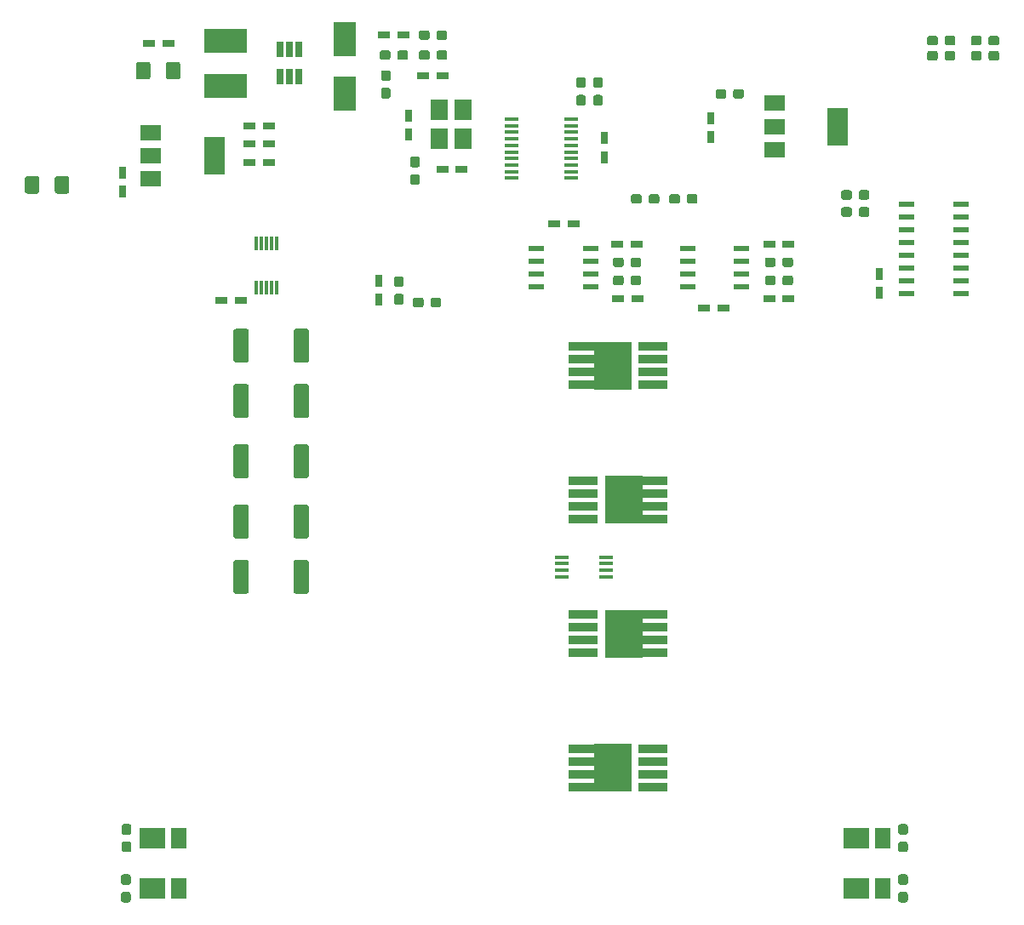
<source format=gbr>
G04 #@! TF.GenerationSoftware,KiCad,Pcbnew,(5.0.1)*
G04 #@! TF.CreationDate,2019-01-31T09:39:21+09:00*
G04 #@! TF.ProjectId,driver,6472697665722E6B696361645F706362,rev?*
G04 #@! TF.SameCoordinates,Original*
G04 #@! TF.FileFunction,Paste,Top*
G04 #@! TF.FilePolarity,Positive*
%FSLAX46Y46*%
G04 Gerber Fmt 4.6, Leading zero omitted, Abs format (unit mm)*
G04 Created by KiCad (PCBNEW (5.0.1)) date Thu Jan 31 09:39:21 2019*
%MOMM*%
%LPD*%
G01*
G04 APERTURE LIST*
%ADD10R,0.300000X1.400000*%
%ADD11R,1.450000X0.450000*%
%ADD12C,0.100000*%
%ADD13C,0.950000*%
%ADD14R,3.750000X4.700000*%
%ADD15R,2.950000X0.850000*%
%ADD16R,3.000000X0.850000*%
%ADD17R,1.200000X0.750000*%
%ADD18R,0.750000X1.200000*%
%ADD19R,2.300000X3.500000*%
%ADD20R,2.500000X2.100000*%
%ADD21R,1.500000X2.100000*%
%ADD22R,4.200000X2.400000*%
%ADD23C,1.425000*%
%ADD24C,1.525000*%
%ADD25R,0.650000X1.560000*%
%ADD26R,2.000000X3.800000*%
%ADD27R,2.000000X1.500000*%
%ADD28R,1.800000X2.100000*%
%ADD29R,1.550000X0.600000*%
%ADD30R,1.500000X0.600000*%
G04 APERTURE END LIST*
D10*
G04 #@! TO.C,U7*
X96000000Y-87800000D03*
X95500000Y-87800000D03*
X95000000Y-87800000D03*
X94500000Y-87800000D03*
X94000000Y-87800000D03*
X94000000Y-92200000D03*
X94500000Y-92200000D03*
X95000000Y-92200000D03*
X95500000Y-92200000D03*
X96000000Y-92200000D03*
G04 #@! TD*
D11*
G04 #@! TO.C,U6*
X119450000Y-75475000D03*
X119450000Y-76125000D03*
X119450000Y-76775000D03*
X119450000Y-77425000D03*
X119450000Y-78075000D03*
X119450000Y-78725000D03*
X119450000Y-79375000D03*
X119450000Y-80025000D03*
X119450000Y-80675000D03*
X119450000Y-81325000D03*
X125350000Y-81325000D03*
X125350000Y-80675000D03*
X125350000Y-80025000D03*
X125350000Y-79375000D03*
X125350000Y-78725000D03*
X125350000Y-78075000D03*
X125350000Y-77425000D03*
X125350000Y-76775000D03*
X125350000Y-76125000D03*
X125350000Y-75475000D03*
G04 #@! TD*
D12*
G04 #@! TO.C,R3*
G36*
X111035779Y-66626144D02*
X111058834Y-66629563D01*
X111081443Y-66635227D01*
X111103387Y-66643079D01*
X111124457Y-66653044D01*
X111144448Y-66665026D01*
X111163168Y-66678910D01*
X111180438Y-66694562D01*
X111196090Y-66711832D01*
X111209974Y-66730552D01*
X111221956Y-66750543D01*
X111231921Y-66771613D01*
X111239773Y-66793557D01*
X111245437Y-66816166D01*
X111248856Y-66839221D01*
X111250000Y-66862500D01*
X111250000Y-67337500D01*
X111248856Y-67360779D01*
X111245437Y-67383834D01*
X111239773Y-67406443D01*
X111231921Y-67428387D01*
X111221956Y-67449457D01*
X111209974Y-67469448D01*
X111196090Y-67488168D01*
X111180438Y-67505438D01*
X111163168Y-67521090D01*
X111144448Y-67534974D01*
X111124457Y-67546956D01*
X111103387Y-67556921D01*
X111081443Y-67564773D01*
X111058834Y-67570437D01*
X111035779Y-67573856D01*
X111012500Y-67575000D01*
X110437500Y-67575000D01*
X110414221Y-67573856D01*
X110391166Y-67570437D01*
X110368557Y-67564773D01*
X110346613Y-67556921D01*
X110325543Y-67546956D01*
X110305552Y-67534974D01*
X110286832Y-67521090D01*
X110269562Y-67505438D01*
X110253910Y-67488168D01*
X110240026Y-67469448D01*
X110228044Y-67449457D01*
X110218079Y-67428387D01*
X110210227Y-67406443D01*
X110204563Y-67383834D01*
X110201144Y-67360779D01*
X110200000Y-67337500D01*
X110200000Y-66862500D01*
X110201144Y-66839221D01*
X110204563Y-66816166D01*
X110210227Y-66793557D01*
X110218079Y-66771613D01*
X110228044Y-66750543D01*
X110240026Y-66730552D01*
X110253910Y-66711832D01*
X110269562Y-66694562D01*
X110286832Y-66678910D01*
X110305552Y-66665026D01*
X110325543Y-66653044D01*
X110346613Y-66643079D01*
X110368557Y-66635227D01*
X110391166Y-66629563D01*
X110414221Y-66626144D01*
X110437500Y-66625000D01*
X111012500Y-66625000D01*
X111035779Y-66626144D01*
X111035779Y-66626144D01*
G37*
D13*
X110725000Y-67100000D03*
D12*
G36*
X112785779Y-66626144D02*
X112808834Y-66629563D01*
X112831443Y-66635227D01*
X112853387Y-66643079D01*
X112874457Y-66653044D01*
X112894448Y-66665026D01*
X112913168Y-66678910D01*
X112930438Y-66694562D01*
X112946090Y-66711832D01*
X112959974Y-66730552D01*
X112971956Y-66750543D01*
X112981921Y-66771613D01*
X112989773Y-66793557D01*
X112995437Y-66816166D01*
X112998856Y-66839221D01*
X113000000Y-66862500D01*
X113000000Y-67337500D01*
X112998856Y-67360779D01*
X112995437Y-67383834D01*
X112989773Y-67406443D01*
X112981921Y-67428387D01*
X112971956Y-67449457D01*
X112959974Y-67469448D01*
X112946090Y-67488168D01*
X112930438Y-67505438D01*
X112913168Y-67521090D01*
X112894448Y-67534974D01*
X112874457Y-67546956D01*
X112853387Y-67556921D01*
X112831443Y-67564773D01*
X112808834Y-67570437D01*
X112785779Y-67573856D01*
X112762500Y-67575000D01*
X112187500Y-67575000D01*
X112164221Y-67573856D01*
X112141166Y-67570437D01*
X112118557Y-67564773D01*
X112096613Y-67556921D01*
X112075543Y-67546956D01*
X112055552Y-67534974D01*
X112036832Y-67521090D01*
X112019562Y-67505438D01*
X112003910Y-67488168D01*
X111990026Y-67469448D01*
X111978044Y-67449457D01*
X111968079Y-67428387D01*
X111960227Y-67406443D01*
X111954563Y-67383834D01*
X111951144Y-67360779D01*
X111950000Y-67337500D01*
X111950000Y-66862500D01*
X111951144Y-66839221D01*
X111954563Y-66816166D01*
X111960227Y-66793557D01*
X111968079Y-66771613D01*
X111978044Y-66750543D01*
X111990026Y-66730552D01*
X112003910Y-66711832D01*
X112019562Y-66694562D01*
X112036832Y-66678910D01*
X112055552Y-66665026D01*
X112075543Y-66653044D01*
X112096613Y-66643079D01*
X112118557Y-66635227D01*
X112141166Y-66629563D01*
X112164221Y-66626144D01*
X112187500Y-66625000D01*
X112762500Y-66625000D01*
X112785779Y-66626144D01*
X112785779Y-66626144D01*
G37*
D13*
X112475000Y-67100000D03*
G04 #@! TD*
D12*
G04 #@! TO.C,R39*
G36*
X135935779Y-82926144D02*
X135958834Y-82929563D01*
X135981443Y-82935227D01*
X136003387Y-82943079D01*
X136024457Y-82953044D01*
X136044448Y-82965026D01*
X136063168Y-82978910D01*
X136080438Y-82994562D01*
X136096090Y-83011832D01*
X136109974Y-83030552D01*
X136121956Y-83050543D01*
X136131921Y-83071613D01*
X136139773Y-83093557D01*
X136145437Y-83116166D01*
X136148856Y-83139221D01*
X136150000Y-83162500D01*
X136150000Y-83637500D01*
X136148856Y-83660779D01*
X136145437Y-83683834D01*
X136139773Y-83706443D01*
X136131921Y-83728387D01*
X136121956Y-83749457D01*
X136109974Y-83769448D01*
X136096090Y-83788168D01*
X136080438Y-83805438D01*
X136063168Y-83821090D01*
X136044448Y-83834974D01*
X136024457Y-83846956D01*
X136003387Y-83856921D01*
X135981443Y-83864773D01*
X135958834Y-83870437D01*
X135935779Y-83873856D01*
X135912500Y-83875000D01*
X135337500Y-83875000D01*
X135314221Y-83873856D01*
X135291166Y-83870437D01*
X135268557Y-83864773D01*
X135246613Y-83856921D01*
X135225543Y-83846956D01*
X135205552Y-83834974D01*
X135186832Y-83821090D01*
X135169562Y-83805438D01*
X135153910Y-83788168D01*
X135140026Y-83769448D01*
X135128044Y-83749457D01*
X135118079Y-83728387D01*
X135110227Y-83706443D01*
X135104563Y-83683834D01*
X135101144Y-83660779D01*
X135100000Y-83637500D01*
X135100000Y-83162500D01*
X135101144Y-83139221D01*
X135104563Y-83116166D01*
X135110227Y-83093557D01*
X135118079Y-83071613D01*
X135128044Y-83050543D01*
X135140026Y-83030552D01*
X135153910Y-83011832D01*
X135169562Y-82994562D01*
X135186832Y-82978910D01*
X135205552Y-82965026D01*
X135225543Y-82953044D01*
X135246613Y-82943079D01*
X135268557Y-82935227D01*
X135291166Y-82929563D01*
X135314221Y-82926144D01*
X135337500Y-82925000D01*
X135912500Y-82925000D01*
X135935779Y-82926144D01*
X135935779Y-82926144D01*
G37*
D13*
X135625000Y-83400000D03*
D12*
G36*
X137685779Y-82926144D02*
X137708834Y-82929563D01*
X137731443Y-82935227D01*
X137753387Y-82943079D01*
X137774457Y-82953044D01*
X137794448Y-82965026D01*
X137813168Y-82978910D01*
X137830438Y-82994562D01*
X137846090Y-83011832D01*
X137859974Y-83030552D01*
X137871956Y-83050543D01*
X137881921Y-83071613D01*
X137889773Y-83093557D01*
X137895437Y-83116166D01*
X137898856Y-83139221D01*
X137900000Y-83162500D01*
X137900000Y-83637500D01*
X137898856Y-83660779D01*
X137895437Y-83683834D01*
X137889773Y-83706443D01*
X137881921Y-83728387D01*
X137871956Y-83749457D01*
X137859974Y-83769448D01*
X137846090Y-83788168D01*
X137830438Y-83805438D01*
X137813168Y-83821090D01*
X137794448Y-83834974D01*
X137774457Y-83846956D01*
X137753387Y-83856921D01*
X137731443Y-83864773D01*
X137708834Y-83870437D01*
X137685779Y-83873856D01*
X137662500Y-83875000D01*
X137087500Y-83875000D01*
X137064221Y-83873856D01*
X137041166Y-83870437D01*
X137018557Y-83864773D01*
X136996613Y-83856921D01*
X136975543Y-83846956D01*
X136955552Y-83834974D01*
X136936832Y-83821090D01*
X136919562Y-83805438D01*
X136903910Y-83788168D01*
X136890026Y-83769448D01*
X136878044Y-83749457D01*
X136868079Y-83728387D01*
X136860227Y-83706443D01*
X136854563Y-83683834D01*
X136851144Y-83660779D01*
X136850000Y-83637500D01*
X136850000Y-83162500D01*
X136851144Y-83139221D01*
X136854563Y-83116166D01*
X136860227Y-83093557D01*
X136868079Y-83071613D01*
X136878044Y-83050543D01*
X136890026Y-83030552D01*
X136903910Y-83011832D01*
X136919562Y-82994562D01*
X136936832Y-82978910D01*
X136955552Y-82965026D01*
X136975543Y-82953044D01*
X136996613Y-82943079D01*
X137018557Y-82935227D01*
X137041166Y-82929563D01*
X137064221Y-82926144D01*
X137087500Y-82925000D01*
X137662500Y-82925000D01*
X137685779Y-82926144D01*
X137685779Y-82926144D01*
G37*
D13*
X137375000Y-83400000D03*
G04 #@! TD*
D14*
G04 #@! TO.C,Q1*
X129450000Y-100000000D03*
D15*
X133500000Y-101905000D03*
X133500000Y-100635000D03*
X133500000Y-99365000D03*
X133500000Y-98095000D03*
D16*
X126525000Y-98095000D03*
X126525000Y-99365000D03*
X126525000Y-100635000D03*
X126525000Y-101905000D03*
G04 #@! TD*
D14*
G04 #@! TO.C,Q2*
X129450000Y-140000000D03*
D15*
X133500000Y-141905000D03*
X133500000Y-140635000D03*
X133500000Y-139365000D03*
X133500000Y-138095000D03*
D16*
X126525000Y-138095000D03*
X126525000Y-139365000D03*
X126525000Y-140635000D03*
X126525000Y-141905000D03*
G04 #@! TD*
D14*
G04 #@! TO.C,Q3*
X130550000Y-113333300D03*
D15*
X126500000Y-111428300D03*
X126500000Y-112698300D03*
X126500000Y-113968300D03*
X126500000Y-115238300D03*
D16*
X133475000Y-115238300D03*
X133475000Y-113968300D03*
X133475000Y-112698300D03*
X133475000Y-111428300D03*
G04 #@! TD*
D14*
G04 #@! TO.C,Q4*
X130550000Y-126666700D03*
D15*
X126500000Y-124761700D03*
X126500000Y-126031700D03*
X126500000Y-127301700D03*
X126500000Y-128571700D03*
D16*
X133475000Y-128571700D03*
X133475000Y-127301700D03*
X133475000Y-126031700D03*
X133475000Y-124761700D03*
G04 #@! TD*
D17*
G04 #@! TO.C,C1*
X106750000Y-67100000D03*
X108650000Y-67100000D03*
G04 #@! TD*
G04 #@! TO.C,C4*
X85250000Y-67950000D03*
X83350000Y-67950000D03*
G04 #@! TD*
G04 #@! TO.C,C5*
X112524999Y-71174999D03*
X110624999Y-71174999D03*
G04 #@! TD*
D18*
G04 #@! TO.C,C12*
X128600000Y-77350000D03*
X128600000Y-79250000D03*
G04 #@! TD*
G04 #@! TO.C,C13*
X156000000Y-90850000D03*
X156000000Y-92750000D03*
G04 #@! TD*
D17*
G04 #@! TO.C,C14*
X92450000Y-93500000D03*
X90550000Y-93500000D03*
G04 #@! TD*
D18*
G04 #@! TO.C,C16*
X80750000Y-82700000D03*
X80750000Y-80800000D03*
G04 #@! TD*
D17*
G04 #@! TO.C,C17*
X95250000Y-77900000D03*
X93350000Y-77900000D03*
G04 #@! TD*
G04 #@! TO.C,C18*
X95250000Y-76100000D03*
X93350000Y-76100000D03*
G04 #@! TD*
G04 #@! TO.C,C20*
X114450000Y-80450000D03*
X112550000Y-80450000D03*
G04 #@! TD*
D18*
G04 #@! TO.C,C21*
X106200000Y-91550000D03*
X106200000Y-93450000D03*
G04 #@! TD*
G04 #@! TO.C,C22*
X109200000Y-77000000D03*
X109200000Y-75100000D03*
G04 #@! TD*
D17*
G04 #@! TO.C,C23*
X123650000Y-85900000D03*
X125550000Y-85900000D03*
G04 #@! TD*
G04 #@! TO.C,C24*
X140450000Y-94250000D03*
X138550000Y-94250000D03*
G04 #@! TD*
G04 #@! TO.C,C25*
X129950000Y-87900000D03*
X131850000Y-87900000D03*
G04 #@! TD*
G04 #@! TO.C,C26*
X145050000Y-87900000D03*
X146950000Y-87900000D03*
G04 #@! TD*
G04 #@! TO.C,C27*
X130000000Y-93300000D03*
X131900000Y-93300000D03*
G04 #@! TD*
G04 #@! TO.C,C28*
X146950000Y-93300000D03*
X145050000Y-93300000D03*
G04 #@! TD*
G04 #@! TO.C,C29*
X95250000Y-79800000D03*
X93350000Y-79800000D03*
G04 #@! TD*
D19*
G04 #@! TO.C,D1*
X102800000Y-67500000D03*
X102800000Y-72900000D03*
G04 #@! TD*
D20*
G04 #@! TO.C,D4*
X153670000Y-152000000D03*
D21*
X156330000Y-152000000D03*
G04 #@! TD*
G04 #@! TO.C,D5*
X86330000Y-152000000D03*
D20*
X83670000Y-152000000D03*
G04 #@! TD*
D21*
G04 #@! TO.C,D6*
X86330000Y-147000000D03*
D20*
X83670000Y-147000000D03*
G04 #@! TD*
G04 #@! TO.C,D7*
X153670000Y-147000000D03*
D21*
X156330000Y-147000000D03*
G04 #@! TD*
D22*
G04 #@! TO.C,L1*
X91000000Y-67650000D03*
X91000000Y-72150000D03*
G04 #@! TD*
D12*
G04 #@! TO.C,R2*
G36*
X108885779Y-68626144D02*
X108908834Y-68629563D01*
X108931443Y-68635227D01*
X108953387Y-68643079D01*
X108974457Y-68653044D01*
X108994448Y-68665026D01*
X109013168Y-68678910D01*
X109030438Y-68694562D01*
X109046090Y-68711832D01*
X109059974Y-68730552D01*
X109071956Y-68750543D01*
X109081921Y-68771613D01*
X109089773Y-68793557D01*
X109095437Y-68816166D01*
X109098856Y-68839221D01*
X109100000Y-68862500D01*
X109100000Y-69337500D01*
X109098856Y-69360779D01*
X109095437Y-69383834D01*
X109089773Y-69406443D01*
X109081921Y-69428387D01*
X109071956Y-69449457D01*
X109059974Y-69469448D01*
X109046090Y-69488168D01*
X109030438Y-69505438D01*
X109013168Y-69521090D01*
X108994448Y-69534974D01*
X108974457Y-69546956D01*
X108953387Y-69556921D01*
X108931443Y-69564773D01*
X108908834Y-69570437D01*
X108885779Y-69573856D01*
X108862500Y-69575000D01*
X108287500Y-69575000D01*
X108264221Y-69573856D01*
X108241166Y-69570437D01*
X108218557Y-69564773D01*
X108196613Y-69556921D01*
X108175543Y-69546956D01*
X108155552Y-69534974D01*
X108136832Y-69521090D01*
X108119562Y-69505438D01*
X108103910Y-69488168D01*
X108090026Y-69469448D01*
X108078044Y-69449457D01*
X108068079Y-69428387D01*
X108060227Y-69406443D01*
X108054563Y-69383834D01*
X108051144Y-69360779D01*
X108050000Y-69337500D01*
X108050000Y-68862500D01*
X108051144Y-68839221D01*
X108054563Y-68816166D01*
X108060227Y-68793557D01*
X108068079Y-68771613D01*
X108078044Y-68750543D01*
X108090026Y-68730552D01*
X108103910Y-68711832D01*
X108119562Y-68694562D01*
X108136832Y-68678910D01*
X108155552Y-68665026D01*
X108175543Y-68653044D01*
X108196613Y-68643079D01*
X108218557Y-68635227D01*
X108241166Y-68629563D01*
X108264221Y-68626144D01*
X108287500Y-68625000D01*
X108862500Y-68625000D01*
X108885779Y-68626144D01*
X108885779Y-68626144D01*
G37*
D13*
X108575000Y-69100000D03*
D12*
G36*
X107135779Y-68626144D02*
X107158834Y-68629563D01*
X107181443Y-68635227D01*
X107203387Y-68643079D01*
X107224457Y-68653044D01*
X107244448Y-68665026D01*
X107263168Y-68678910D01*
X107280438Y-68694562D01*
X107296090Y-68711832D01*
X107309974Y-68730552D01*
X107321956Y-68750543D01*
X107331921Y-68771613D01*
X107339773Y-68793557D01*
X107345437Y-68816166D01*
X107348856Y-68839221D01*
X107350000Y-68862500D01*
X107350000Y-69337500D01*
X107348856Y-69360779D01*
X107345437Y-69383834D01*
X107339773Y-69406443D01*
X107331921Y-69428387D01*
X107321956Y-69449457D01*
X107309974Y-69469448D01*
X107296090Y-69488168D01*
X107280438Y-69505438D01*
X107263168Y-69521090D01*
X107244448Y-69534974D01*
X107224457Y-69546956D01*
X107203387Y-69556921D01*
X107181443Y-69564773D01*
X107158834Y-69570437D01*
X107135779Y-69573856D01*
X107112500Y-69575000D01*
X106537500Y-69575000D01*
X106514221Y-69573856D01*
X106491166Y-69570437D01*
X106468557Y-69564773D01*
X106446613Y-69556921D01*
X106425543Y-69546956D01*
X106405552Y-69534974D01*
X106386832Y-69521090D01*
X106369562Y-69505438D01*
X106353910Y-69488168D01*
X106340026Y-69469448D01*
X106328044Y-69449457D01*
X106318079Y-69428387D01*
X106310227Y-69406443D01*
X106304563Y-69383834D01*
X106301144Y-69360779D01*
X106300000Y-69337500D01*
X106300000Y-68862500D01*
X106301144Y-68839221D01*
X106304563Y-68816166D01*
X106310227Y-68793557D01*
X106318079Y-68771613D01*
X106328044Y-68750543D01*
X106340026Y-68730552D01*
X106353910Y-68711832D01*
X106369562Y-68694562D01*
X106386832Y-68678910D01*
X106405552Y-68665026D01*
X106425543Y-68653044D01*
X106446613Y-68643079D01*
X106468557Y-68635227D01*
X106491166Y-68629563D01*
X106514221Y-68626144D01*
X106537500Y-68625000D01*
X107112500Y-68625000D01*
X107135779Y-68626144D01*
X107135779Y-68626144D01*
G37*
D13*
X106825000Y-69100000D03*
G04 #@! TD*
D12*
G04 #@! TO.C,R4*
G36*
X107160779Y-70601144D02*
X107183834Y-70604563D01*
X107206443Y-70610227D01*
X107228387Y-70618079D01*
X107249457Y-70628044D01*
X107269448Y-70640026D01*
X107288168Y-70653910D01*
X107305438Y-70669562D01*
X107321090Y-70686832D01*
X107334974Y-70705552D01*
X107346956Y-70725543D01*
X107356921Y-70746613D01*
X107364773Y-70768557D01*
X107370437Y-70791166D01*
X107373856Y-70814221D01*
X107375000Y-70837500D01*
X107375000Y-71412500D01*
X107373856Y-71435779D01*
X107370437Y-71458834D01*
X107364773Y-71481443D01*
X107356921Y-71503387D01*
X107346956Y-71524457D01*
X107334974Y-71544448D01*
X107321090Y-71563168D01*
X107305438Y-71580438D01*
X107288168Y-71596090D01*
X107269448Y-71609974D01*
X107249457Y-71621956D01*
X107228387Y-71631921D01*
X107206443Y-71639773D01*
X107183834Y-71645437D01*
X107160779Y-71648856D01*
X107137500Y-71650000D01*
X106662500Y-71650000D01*
X106639221Y-71648856D01*
X106616166Y-71645437D01*
X106593557Y-71639773D01*
X106571613Y-71631921D01*
X106550543Y-71621956D01*
X106530552Y-71609974D01*
X106511832Y-71596090D01*
X106494562Y-71580438D01*
X106478910Y-71563168D01*
X106465026Y-71544448D01*
X106453044Y-71524457D01*
X106443079Y-71503387D01*
X106435227Y-71481443D01*
X106429563Y-71458834D01*
X106426144Y-71435779D01*
X106425000Y-71412500D01*
X106425000Y-70837500D01*
X106426144Y-70814221D01*
X106429563Y-70791166D01*
X106435227Y-70768557D01*
X106443079Y-70746613D01*
X106453044Y-70725543D01*
X106465026Y-70705552D01*
X106478910Y-70686832D01*
X106494562Y-70669562D01*
X106511832Y-70653910D01*
X106530552Y-70640026D01*
X106550543Y-70628044D01*
X106571613Y-70618079D01*
X106593557Y-70610227D01*
X106616166Y-70604563D01*
X106639221Y-70601144D01*
X106662500Y-70600000D01*
X107137500Y-70600000D01*
X107160779Y-70601144D01*
X107160779Y-70601144D01*
G37*
D13*
X106900000Y-71125000D03*
D12*
G36*
X107160779Y-72351144D02*
X107183834Y-72354563D01*
X107206443Y-72360227D01*
X107228387Y-72368079D01*
X107249457Y-72378044D01*
X107269448Y-72390026D01*
X107288168Y-72403910D01*
X107305438Y-72419562D01*
X107321090Y-72436832D01*
X107334974Y-72455552D01*
X107346956Y-72475543D01*
X107356921Y-72496613D01*
X107364773Y-72518557D01*
X107370437Y-72541166D01*
X107373856Y-72564221D01*
X107375000Y-72587500D01*
X107375000Y-73162500D01*
X107373856Y-73185779D01*
X107370437Y-73208834D01*
X107364773Y-73231443D01*
X107356921Y-73253387D01*
X107346956Y-73274457D01*
X107334974Y-73294448D01*
X107321090Y-73313168D01*
X107305438Y-73330438D01*
X107288168Y-73346090D01*
X107269448Y-73359974D01*
X107249457Y-73371956D01*
X107228387Y-73381921D01*
X107206443Y-73389773D01*
X107183834Y-73395437D01*
X107160779Y-73398856D01*
X107137500Y-73400000D01*
X106662500Y-73400000D01*
X106639221Y-73398856D01*
X106616166Y-73395437D01*
X106593557Y-73389773D01*
X106571613Y-73381921D01*
X106550543Y-73371956D01*
X106530552Y-73359974D01*
X106511832Y-73346090D01*
X106494562Y-73330438D01*
X106478910Y-73313168D01*
X106465026Y-73294448D01*
X106453044Y-73274457D01*
X106443079Y-73253387D01*
X106435227Y-73231443D01*
X106429563Y-73208834D01*
X106426144Y-73185779D01*
X106425000Y-73162500D01*
X106425000Y-72587500D01*
X106426144Y-72564221D01*
X106429563Y-72541166D01*
X106435227Y-72518557D01*
X106443079Y-72496613D01*
X106453044Y-72475543D01*
X106465026Y-72455552D01*
X106478910Y-72436832D01*
X106494562Y-72419562D01*
X106511832Y-72403910D01*
X106530552Y-72390026D01*
X106550543Y-72378044D01*
X106571613Y-72368079D01*
X106593557Y-72360227D01*
X106616166Y-72354563D01*
X106639221Y-72351144D01*
X106662500Y-72350000D01*
X107137500Y-72350000D01*
X107160779Y-72351144D01*
X107160779Y-72351144D01*
G37*
D13*
X106900000Y-72875000D03*
G04 #@! TD*
D12*
G04 #@! TO.C,R5*
G36*
X111035779Y-68626144D02*
X111058834Y-68629563D01*
X111081443Y-68635227D01*
X111103387Y-68643079D01*
X111124457Y-68653044D01*
X111144448Y-68665026D01*
X111163168Y-68678910D01*
X111180438Y-68694562D01*
X111196090Y-68711832D01*
X111209974Y-68730552D01*
X111221956Y-68750543D01*
X111231921Y-68771613D01*
X111239773Y-68793557D01*
X111245437Y-68816166D01*
X111248856Y-68839221D01*
X111250000Y-68862500D01*
X111250000Y-69337500D01*
X111248856Y-69360779D01*
X111245437Y-69383834D01*
X111239773Y-69406443D01*
X111231921Y-69428387D01*
X111221956Y-69449457D01*
X111209974Y-69469448D01*
X111196090Y-69488168D01*
X111180438Y-69505438D01*
X111163168Y-69521090D01*
X111144448Y-69534974D01*
X111124457Y-69546956D01*
X111103387Y-69556921D01*
X111081443Y-69564773D01*
X111058834Y-69570437D01*
X111035779Y-69573856D01*
X111012500Y-69575000D01*
X110437500Y-69575000D01*
X110414221Y-69573856D01*
X110391166Y-69570437D01*
X110368557Y-69564773D01*
X110346613Y-69556921D01*
X110325543Y-69546956D01*
X110305552Y-69534974D01*
X110286832Y-69521090D01*
X110269562Y-69505438D01*
X110253910Y-69488168D01*
X110240026Y-69469448D01*
X110228044Y-69449457D01*
X110218079Y-69428387D01*
X110210227Y-69406443D01*
X110204563Y-69383834D01*
X110201144Y-69360779D01*
X110200000Y-69337500D01*
X110200000Y-68862500D01*
X110201144Y-68839221D01*
X110204563Y-68816166D01*
X110210227Y-68793557D01*
X110218079Y-68771613D01*
X110228044Y-68750543D01*
X110240026Y-68730552D01*
X110253910Y-68711832D01*
X110269562Y-68694562D01*
X110286832Y-68678910D01*
X110305552Y-68665026D01*
X110325543Y-68653044D01*
X110346613Y-68643079D01*
X110368557Y-68635227D01*
X110391166Y-68629563D01*
X110414221Y-68626144D01*
X110437500Y-68625000D01*
X111012500Y-68625000D01*
X111035779Y-68626144D01*
X111035779Y-68626144D01*
G37*
D13*
X110725000Y-69100000D03*
D12*
G36*
X112785779Y-68626144D02*
X112808834Y-68629563D01*
X112831443Y-68635227D01*
X112853387Y-68643079D01*
X112874457Y-68653044D01*
X112894448Y-68665026D01*
X112913168Y-68678910D01*
X112930438Y-68694562D01*
X112946090Y-68711832D01*
X112959974Y-68730552D01*
X112971956Y-68750543D01*
X112981921Y-68771613D01*
X112989773Y-68793557D01*
X112995437Y-68816166D01*
X112998856Y-68839221D01*
X113000000Y-68862500D01*
X113000000Y-69337500D01*
X112998856Y-69360779D01*
X112995437Y-69383834D01*
X112989773Y-69406443D01*
X112981921Y-69428387D01*
X112971956Y-69449457D01*
X112959974Y-69469448D01*
X112946090Y-69488168D01*
X112930438Y-69505438D01*
X112913168Y-69521090D01*
X112894448Y-69534974D01*
X112874457Y-69546956D01*
X112853387Y-69556921D01*
X112831443Y-69564773D01*
X112808834Y-69570437D01*
X112785779Y-69573856D01*
X112762500Y-69575000D01*
X112187500Y-69575000D01*
X112164221Y-69573856D01*
X112141166Y-69570437D01*
X112118557Y-69564773D01*
X112096613Y-69556921D01*
X112075543Y-69546956D01*
X112055552Y-69534974D01*
X112036832Y-69521090D01*
X112019562Y-69505438D01*
X112003910Y-69488168D01*
X111990026Y-69469448D01*
X111978044Y-69449457D01*
X111968079Y-69428387D01*
X111960227Y-69406443D01*
X111954563Y-69383834D01*
X111951144Y-69360779D01*
X111950000Y-69337500D01*
X111950000Y-68862500D01*
X111951144Y-68839221D01*
X111954563Y-68816166D01*
X111960227Y-68793557D01*
X111968079Y-68771613D01*
X111978044Y-68750543D01*
X111990026Y-68730552D01*
X112003910Y-68711832D01*
X112019562Y-68694562D01*
X112036832Y-68678910D01*
X112055552Y-68665026D01*
X112075543Y-68653044D01*
X112096613Y-68643079D01*
X112118557Y-68635227D01*
X112141166Y-68629563D01*
X112164221Y-68626144D01*
X112187500Y-68625000D01*
X112762500Y-68625000D01*
X112785779Y-68626144D01*
X112785779Y-68626144D01*
G37*
D13*
X112475000Y-69100000D03*
G04 #@! TD*
D12*
G04 #@! TO.C,R7*
G36*
X72199504Y-81126204D02*
X72223773Y-81129804D01*
X72247571Y-81135765D01*
X72270671Y-81144030D01*
X72292849Y-81154520D01*
X72313893Y-81167133D01*
X72333598Y-81181747D01*
X72351777Y-81198223D01*
X72368253Y-81216402D01*
X72382867Y-81236107D01*
X72395480Y-81257151D01*
X72405970Y-81279329D01*
X72414235Y-81302429D01*
X72420196Y-81326227D01*
X72423796Y-81350496D01*
X72425000Y-81375000D01*
X72425000Y-82625000D01*
X72423796Y-82649504D01*
X72420196Y-82673773D01*
X72414235Y-82697571D01*
X72405970Y-82720671D01*
X72395480Y-82742849D01*
X72382867Y-82763893D01*
X72368253Y-82783598D01*
X72351777Y-82801777D01*
X72333598Y-82818253D01*
X72313893Y-82832867D01*
X72292849Y-82845480D01*
X72270671Y-82855970D01*
X72247571Y-82864235D01*
X72223773Y-82870196D01*
X72199504Y-82873796D01*
X72175000Y-82875000D01*
X71250000Y-82875000D01*
X71225496Y-82873796D01*
X71201227Y-82870196D01*
X71177429Y-82864235D01*
X71154329Y-82855970D01*
X71132151Y-82845480D01*
X71111107Y-82832867D01*
X71091402Y-82818253D01*
X71073223Y-82801777D01*
X71056747Y-82783598D01*
X71042133Y-82763893D01*
X71029520Y-82742849D01*
X71019030Y-82720671D01*
X71010765Y-82697571D01*
X71004804Y-82673773D01*
X71001204Y-82649504D01*
X71000000Y-82625000D01*
X71000000Y-81375000D01*
X71001204Y-81350496D01*
X71004804Y-81326227D01*
X71010765Y-81302429D01*
X71019030Y-81279329D01*
X71029520Y-81257151D01*
X71042133Y-81236107D01*
X71056747Y-81216402D01*
X71073223Y-81198223D01*
X71091402Y-81181747D01*
X71111107Y-81167133D01*
X71132151Y-81154520D01*
X71154329Y-81144030D01*
X71177429Y-81135765D01*
X71201227Y-81129804D01*
X71225496Y-81126204D01*
X71250000Y-81125000D01*
X72175000Y-81125000D01*
X72199504Y-81126204D01*
X72199504Y-81126204D01*
G37*
D23*
X71712500Y-82000000D03*
D12*
G36*
X75174504Y-81126204D02*
X75198773Y-81129804D01*
X75222571Y-81135765D01*
X75245671Y-81144030D01*
X75267849Y-81154520D01*
X75288893Y-81167133D01*
X75308598Y-81181747D01*
X75326777Y-81198223D01*
X75343253Y-81216402D01*
X75357867Y-81236107D01*
X75370480Y-81257151D01*
X75380970Y-81279329D01*
X75389235Y-81302429D01*
X75395196Y-81326227D01*
X75398796Y-81350496D01*
X75400000Y-81375000D01*
X75400000Y-82625000D01*
X75398796Y-82649504D01*
X75395196Y-82673773D01*
X75389235Y-82697571D01*
X75380970Y-82720671D01*
X75370480Y-82742849D01*
X75357867Y-82763893D01*
X75343253Y-82783598D01*
X75326777Y-82801777D01*
X75308598Y-82818253D01*
X75288893Y-82832867D01*
X75267849Y-82845480D01*
X75245671Y-82855970D01*
X75222571Y-82864235D01*
X75198773Y-82870196D01*
X75174504Y-82873796D01*
X75150000Y-82875000D01*
X74225000Y-82875000D01*
X74200496Y-82873796D01*
X74176227Y-82870196D01*
X74152429Y-82864235D01*
X74129329Y-82855970D01*
X74107151Y-82845480D01*
X74086107Y-82832867D01*
X74066402Y-82818253D01*
X74048223Y-82801777D01*
X74031747Y-82783598D01*
X74017133Y-82763893D01*
X74004520Y-82742849D01*
X73994030Y-82720671D01*
X73985765Y-82697571D01*
X73979804Y-82673773D01*
X73976204Y-82649504D01*
X73975000Y-82625000D01*
X73975000Y-81375000D01*
X73976204Y-81350496D01*
X73979804Y-81326227D01*
X73985765Y-81302429D01*
X73994030Y-81279329D01*
X74004520Y-81257151D01*
X74017133Y-81236107D01*
X74031747Y-81216402D01*
X74048223Y-81198223D01*
X74066402Y-81181747D01*
X74086107Y-81167133D01*
X74107151Y-81154520D01*
X74129329Y-81144030D01*
X74152429Y-81135765D01*
X74176227Y-81129804D01*
X74200496Y-81126204D01*
X74225000Y-81125000D01*
X75150000Y-81125000D01*
X75174504Y-81126204D01*
X75174504Y-81126204D01*
G37*
D23*
X74687500Y-82000000D03*
G04 #@! TD*
D12*
G04 #@! TO.C,R8*
G36*
X110435779Y-93226144D02*
X110458834Y-93229563D01*
X110481443Y-93235227D01*
X110503387Y-93243079D01*
X110524457Y-93253044D01*
X110544448Y-93265026D01*
X110563168Y-93278910D01*
X110580438Y-93294562D01*
X110596090Y-93311832D01*
X110609974Y-93330552D01*
X110621956Y-93350543D01*
X110631921Y-93371613D01*
X110639773Y-93393557D01*
X110645437Y-93416166D01*
X110648856Y-93439221D01*
X110650000Y-93462500D01*
X110650000Y-93937500D01*
X110648856Y-93960779D01*
X110645437Y-93983834D01*
X110639773Y-94006443D01*
X110631921Y-94028387D01*
X110621956Y-94049457D01*
X110609974Y-94069448D01*
X110596090Y-94088168D01*
X110580438Y-94105438D01*
X110563168Y-94121090D01*
X110544448Y-94134974D01*
X110524457Y-94146956D01*
X110503387Y-94156921D01*
X110481443Y-94164773D01*
X110458834Y-94170437D01*
X110435779Y-94173856D01*
X110412500Y-94175000D01*
X109837500Y-94175000D01*
X109814221Y-94173856D01*
X109791166Y-94170437D01*
X109768557Y-94164773D01*
X109746613Y-94156921D01*
X109725543Y-94146956D01*
X109705552Y-94134974D01*
X109686832Y-94121090D01*
X109669562Y-94105438D01*
X109653910Y-94088168D01*
X109640026Y-94069448D01*
X109628044Y-94049457D01*
X109618079Y-94028387D01*
X109610227Y-94006443D01*
X109604563Y-93983834D01*
X109601144Y-93960779D01*
X109600000Y-93937500D01*
X109600000Y-93462500D01*
X109601144Y-93439221D01*
X109604563Y-93416166D01*
X109610227Y-93393557D01*
X109618079Y-93371613D01*
X109628044Y-93350543D01*
X109640026Y-93330552D01*
X109653910Y-93311832D01*
X109669562Y-93294562D01*
X109686832Y-93278910D01*
X109705552Y-93265026D01*
X109725543Y-93253044D01*
X109746613Y-93243079D01*
X109768557Y-93235227D01*
X109791166Y-93229563D01*
X109814221Y-93226144D01*
X109837500Y-93225000D01*
X110412500Y-93225000D01*
X110435779Y-93226144D01*
X110435779Y-93226144D01*
G37*
D13*
X110125000Y-93700000D03*
D12*
G36*
X112185779Y-93226144D02*
X112208834Y-93229563D01*
X112231443Y-93235227D01*
X112253387Y-93243079D01*
X112274457Y-93253044D01*
X112294448Y-93265026D01*
X112313168Y-93278910D01*
X112330438Y-93294562D01*
X112346090Y-93311832D01*
X112359974Y-93330552D01*
X112371956Y-93350543D01*
X112381921Y-93371613D01*
X112389773Y-93393557D01*
X112395437Y-93416166D01*
X112398856Y-93439221D01*
X112400000Y-93462500D01*
X112400000Y-93937500D01*
X112398856Y-93960779D01*
X112395437Y-93983834D01*
X112389773Y-94006443D01*
X112381921Y-94028387D01*
X112371956Y-94049457D01*
X112359974Y-94069448D01*
X112346090Y-94088168D01*
X112330438Y-94105438D01*
X112313168Y-94121090D01*
X112294448Y-94134974D01*
X112274457Y-94146956D01*
X112253387Y-94156921D01*
X112231443Y-94164773D01*
X112208834Y-94170437D01*
X112185779Y-94173856D01*
X112162500Y-94175000D01*
X111587500Y-94175000D01*
X111564221Y-94173856D01*
X111541166Y-94170437D01*
X111518557Y-94164773D01*
X111496613Y-94156921D01*
X111475543Y-94146956D01*
X111455552Y-94134974D01*
X111436832Y-94121090D01*
X111419562Y-94105438D01*
X111403910Y-94088168D01*
X111390026Y-94069448D01*
X111378044Y-94049457D01*
X111368079Y-94028387D01*
X111360227Y-94006443D01*
X111354563Y-93983834D01*
X111351144Y-93960779D01*
X111350000Y-93937500D01*
X111350000Y-93462500D01*
X111351144Y-93439221D01*
X111354563Y-93416166D01*
X111360227Y-93393557D01*
X111368079Y-93371613D01*
X111378044Y-93350543D01*
X111390026Y-93330552D01*
X111403910Y-93311832D01*
X111419562Y-93294562D01*
X111436832Y-93278910D01*
X111455552Y-93265026D01*
X111475543Y-93253044D01*
X111496613Y-93243079D01*
X111518557Y-93235227D01*
X111541166Y-93229563D01*
X111564221Y-93226144D01*
X111587500Y-93225000D01*
X112162500Y-93225000D01*
X112185779Y-93226144D01*
X112185779Y-93226144D01*
G37*
D13*
X111875000Y-93700000D03*
G04 #@! TD*
D12*
G04 #@! TO.C,R9*
G36*
X108460779Y-91101144D02*
X108483834Y-91104563D01*
X108506443Y-91110227D01*
X108528387Y-91118079D01*
X108549457Y-91128044D01*
X108569448Y-91140026D01*
X108588168Y-91153910D01*
X108605438Y-91169562D01*
X108621090Y-91186832D01*
X108634974Y-91205552D01*
X108646956Y-91225543D01*
X108656921Y-91246613D01*
X108664773Y-91268557D01*
X108670437Y-91291166D01*
X108673856Y-91314221D01*
X108675000Y-91337500D01*
X108675000Y-91912500D01*
X108673856Y-91935779D01*
X108670437Y-91958834D01*
X108664773Y-91981443D01*
X108656921Y-92003387D01*
X108646956Y-92024457D01*
X108634974Y-92044448D01*
X108621090Y-92063168D01*
X108605438Y-92080438D01*
X108588168Y-92096090D01*
X108569448Y-92109974D01*
X108549457Y-92121956D01*
X108528387Y-92131921D01*
X108506443Y-92139773D01*
X108483834Y-92145437D01*
X108460779Y-92148856D01*
X108437500Y-92150000D01*
X107962500Y-92150000D01*
X107939221Y-92148856D01*
X107916166Y-92145437D01*
X107893557Y-92139773D01*
X107871613Y-92131921D01*
X107850543Y-92121956D01*
X107830552Y-92109974D01*
X107811832Y-92096090D01*
X107794562Y-92080438D01*
X107778910Y-92063168D01*
X107765026Y-92044448D01*
X107753044Y-92024457D01*
X107743079Y-92003387D01*
X107735227Y-91981443D01*
X107729563Y-91958834D01*
X107726144Y-91935779D01*
X107725000Y-91912500D01*
X107725000Y-91337500D01*
X107726144Y-91314221D01*
X107729563Y-91291166D01*
X107735227Y-91268557D01*
X107743079Y-91246613D01*
X107753044Y-91225543D01*
X107765026Y-91205552D01*
X107778910Y-91186832D01*
X107794562Y-91169562D01*
X107811832Y-91153910D01*
X107830552Y-91140026D01*
X107850543Y-91128044D01*
X107871613Y-91118079D01*
X107893557Y-91110227D01*
X107916166Y-91104563D01*
X107939221Y-91101144D01*
X107962500Y-91100000D01*
X108437500Y-91100000D01*
X108460779Y-91101144D01*
X108460779Y-91101144D01*
G37*
D13*
X108200000Y-91625000D03*
D12*
G36*
X108460779Y-92851144D02*
X108483834Y-92854563D01*
X108506443Y-92860227D01*
X108528387Y-92868079D01*
X108549457Y-92878044D01*
X108569448Y-92890026D01*
X108588168Y-92903910D01*
X108605438Y-92919562D01*
X108621090Y-92936832D01*
X108634974Y-92955552D01*
X108646956Y-92975543D01*
X108656921Y-92996613D01*
X108664773Y-93018557D01*
X108670437Y-93041166D01*
X108673856Y-93064221D01*
X108675000Y-93087500D01*
X108675000Y-93662500D01*
X108673856Y-93685779D01*
X108670437Y-93708834D01*
X108664773Y-93731443D01*
X108656921Y-93753387D01*
X108646956Y-93774457D01*
X108634974Y-93794448D01*
X108621090Y-93813168D01*
X108605438Y-93830438D01*
X108588168Y-93846090D01*
X108569448Y-93859974D01*
X108549457Y-93871956D01*
X108528387Y-93881921D01*
X108506443Y-93889773D01*
X108483834Y-93895437D01*
X108460779Y-93898856D01*
X108437500Y-93900000D01*
X107962500Y-93900000D01*
X107939221Y-93898856D01*
X107916166Y-93895437D01*
X107893557Y-93889773D01*
X107871613Y-93881921D01*
X107850543Y-93871956D01*
X107830552Y-93859974D01*
X107811832Y-93846090D01*
X107794562Y-93830438D01*
X107778910Y-93813168D01*
X107765026Y-93794448D01*
X107753044Y-93774457D01*
X107743079Y-93753387D01*
X107735227Y-93731443D01*
X107729563Y-93708834D01*
X107726144Y-93685779D01*
X107725000Y-93662500D01*
X107725000Y-93087500D01*
X107726144Y-93064221D01*
X107729563Y-93041166D01*
X107735227Y-93018557D01*
X107743079Y-92996613D01*
X107753044Y-92975543D01*
X107765026Y-92955552D01*
X107778910Y-92936832D01*
X107794562Y-92919562D01*
X107811832Y-92903910D01*
X107830552Y-92890026D01*
X107850543Y-92878044D01*
X107871613Y-92868079D01*
X107893557Y-92860227D01*
X107916166Y-92854563D01*
X107939221Y-92851144D01*
X107962500Y-92850000D01*
X108437500Y-92850000D01*
X108460779Y-92851144D01*
X108460779Y-92851144D01*
G37*
D13*
X108200000Y-93375000D03*
G04 #@! TD*
D12*
G04 #@! TO.C,R10*
G36*
X110060779Y-79201144D02*
X110083834Y-79204563D01*
X110106443Y-79210227D01*
X110128387Y-79218079D01*
X110149457Y-79228044D01*
X110169448Y-79240026D01*
X110188168Y-79253910D01*
X110205438Y-79269562D01*
X110221090Y-79286832D01*
X110234974Y-79305552D01*
X110246956Y-79325543D01*
X110256921Y-79346613D01*
X110264773Y-79368557D01*
X110270437Y-79391166D01*
X110273856Y-79414221D01*
X110275000Y-79437500D01*
X110275000Y-80012500D01*
X110273856Y-80035779D01*
X110270437Y-80058834D01*
X110264773Y-80081443D01*
X110256921Y-80103387D01*
X110246956Y-80124457D01*
X110234974Y-80144448D01*
X110221090Y-80163168D01*
X110205438Y-80180438D01*
X110188168Y-80196090D01*
X110169448Y-80209974D01*
X110149457Y-80221956D01*
X110128387Y-80231921D01*
X110106443Y-80239773D01*
X110083834Y-80245437D01*
X110060779Y-80248856D01*
X110037500Y-80250000D01*
X109562500Y-80250000D01*
X109539221Y-80248856D01*
X109516166Y-80245437D01*
X109493557Y-80239773D01*
X109471613Y-80231921D01*
X109450543Y-80221956D01*
X109430552Y-80209974D01*
X109411832Y-80196090D01*
X109394562Y-80180438D01*
X109378910Y-80163168D01*
X109365026Y-80144448D01*
X109353044Y-80124457D01*
X109343079Y-80103387D01*
X109335227Y-80081443D01*
X109329563Y-80058834D01*
X109326144Y-80035779D01*
X109325000Y-80012500D01*
X109325000Y-79437500D01*
X109326144Y-79414221D01*
X109329563Y-79391166D01*
X109335227Y-79368557D01*
X109343079Y-79346613D01*
X109353044Y-79325543D01*
X109365026Y-79305552D01*
X109378910Y-79286832D01*
X109394562Y-79269562D01*
X109411832Y-79253910D01*
X109430552Y-79240026D01*
X109450543Y-79228044D01*
X109471613Y-79218079D01*
X109493557Y-79210227D01*
X109516166Y-79204563D01*
X109539221Y-79201144D01*
X109562500Y-79200000D01*
X110037500Y-79200000D01*
X110060779Y-79201144D01*
X110060779Y-79201144D01*
G37*
D13*
X109800000Y-79725000D03*
D12*
G36*
X110060779Y-80951144D02*
X110083834Y-80954563D01*
X110106443Y-80960227D01*
X110128387Y-80968079D01*
X110149457Y-80978044D01*
X110169448Y-80990026D01*
X110188168Y-81003910D01*
X110205438Y-81019562D01*
X110221090Y-81036832D01*
X110234974Y-81055552D01*
X110246956Y-81075543D01*
X110256921Y-81096613D01*
X110264773Y-81118557D01*
X110270437Y-81141166D01*
X110273856Y-81164221D01*
X110275000Y-81187500D01*
X110275000Y-81762500D01*
X110273856Y-81785779D01*
X110270437Y-81808834D01*
X110264773Y-81831443D01*
X110256921Y-81853387D01*
X110246956Y-81874457D01*
X110234974Y-81894448D01*
X110221090Y-81913168D01*
X110205438Y-81930438D01*
X110188168Y-81946090D01*
X110169448Y-81959974D01*
X110149457Y-81971956D01*
X110128387Y-81981921D01*
X110106443Y-81989773D01*
X110083834Y-81995437D01*
X110060779Y-81998856D01*
X110037500Y-82000000D01*
X109562500Y-82000000D01*
X109539221Y-81998856D01*
X109516166Y-81995437D01*
X109493557Y-81989773D01*
X109471613Y-81981921D01*
X109450543Y-81971956D01*
X109430552Y-81959974D01*
X109411832Y-81946090D01*
X109394562Y-81930438D01*
X109378910Y-81913168D01*
X109365026Y-81894448D01*
X109353044Y-81874457D01*
X109343079Y-81853387D01*
X109335227Y-81831443D01*
X109329563Y-81808834D01*
X109326144Y-81785779D01*
X109325000Y-81762500D01*
X109325000Y-81187500D01*
X109326144Y-81164221D01*
X109329563Y-81141166D01*
X109335227Y-81118557D01*
X109343079Y-81096613D01*
X109353044Y-81075543D01*
X109365026Y-81055552D01*
X109378910Y-81036832D01*
X109394562Y-81019562D01*
X109411832Y-81003910D01*
X109430552Y-80990026D01*
X109450543Y-80978044D01*
X109471613Y-80968079D01*
X109493557Y-80960227D01*
X109516166Y-80954563D01*
X109539221Y-80951144D01*
X109562500Y-80950000D01*
X110037500Y-80950000D01*
X110060779Y-80951144D01*
X110060779Y-80951144D01*
G37*
D13*
X109800000Y-81475000D03*
G04 #@! TD*
D12*
G04 #@! TO.C,R13*
G36*
X158610779Y-147351144D02*
X158633834Y-147354563D01*
X158656443Y-147360227D01*
X158678387Y-147368079D01*
X158699457Y-147378044D01*
X158719448Y-147390026D01*
X158738168Y-147403910D01*
X158755438Y-147419562D01*
X158771090Y-147436832D01*
X158784974Y-147455552D01*
X158796956Y-147475543D01*
X158806921Y-147496613D01*
X158814773Y-147518557D01*
X158820437Y-147541166D01*
X158823856Y-147564221D01*
X158825000Y-147587500D01*
X158825000Y-148162500D01*
X158823856Y-148185779D01*
X158820437Y-148208834D01*
X158814773Y-148231443D01*
X158806921Y-148253387D01*
X158796956Y-148274457D01*
X158784974Y-148294448D01*
X158771090Y-148313168D01*
X158755438Y-148330438D01*
X158738168Y-148346090D01*
X158719448Y-148359974D01*
X158699457Y-148371956D01*
X158678387Y-148381921D01*
X158656443Y-148389773D01*
X158633834Y-148395437D01*
X158610779Y-148398856D01*
X158587500Y-148400000D01*
X158112500Y-148400000D01*
X158089221Y-148398856D01*
X158066166Y-148395437D01*
X158043557Y-148389773D01*
X158021613Y-148381921D01*
X158000543Y-148371956D01*
X157980552Y-148359974D01*
X157961832Y-148346090D01*
X157944562Y-148330438D01*
X157928910Y-148313168D01*
X157915026Y-148294448D01*
X157903044Y-148274457D01*
X157893079Y-148253387D01*
X157885227Y-148231443D01*
X157879563Y-148208834D01*
X157876144Y-148185779D01*
X157875000Y-148162500D01*
X157875000Y-147587500D01*
X157876144Y-147564221D01*
X157879563Y-147541166D01*
X157885227Y-147518557D01*
X157893079Y-147496613D01*
X157903044Y-147475543D01*
X157915026Y-147455552D01*
X157928910Y-147436832D01*
X157944562Y-147419562D01*
X157961832Y-147403910D01*
X157980552Y-147390026D01*
X158000543Y-147378044D01*
X158021613Y-147368079D01*
X158043557Y-147360227D01*
X158066166Y-147354563D01*
X158089221Y-147351144D01*
X158112500Y-147350000D01*
X158587500Y-147350000D01*
X158610779Y-147351144D01*
X158610779Y-147351144D01*
G37*
D13*
X158350000Y-147875000D03*
D12*
G36*
X158610779Y-145601144D02*
X158633834Y-145604563D01*
X158656443Y-145610227D01*
X158678387Y-145618079D01*
X158699457Y-145628044D01*
X158719448Y-145640026D01*
X158738168Y-145653910D01*
X158755438Y-145669562D01*
X158771090Y-145686832D01*
X158784974Y-145705552D01*
X158796956Y-145725543D01*
X158806921Y-145746613D01*
X158814773Y-145768557D01*
X158820437Y-145791166D01*
X158823856Y-145814221D01*
X158825000Y-145837500D01*
X158825000Y-146412500D01*
X158823856Y-146435779D01*
X158820437Y-146458834D01*
X158814773Y-146481443D01*
X158806921Y-146503387D01*
X158796956Y-146524457D01*
X158784974Y-146544448D01*
X158771090Y-146563168D01*
X158755438Y-146580438D01*
X158738168Y-146596090D01*
X158719448Y-146609974D01*
X158699457Y-146621956D01*
X158678387Y-146631921D01*
X158656443Y-146639773D01*
X158633834Y-146645437D01*
X158610779Y-146648856D01*
X158587500Y-146650000D01*
X158112500Y-146650000D01*
X158089221Y-146648856D01*
X158066166Y-146645437D01*
X158043557Y-146639773D01*
X158021613Y-146631921D01*
X158000543Y-146621956D01*
X157980552Y-146609974D01*
X157961832Y-146596090D01*
X157944562Y-146580438D01*
X157928910Y-146563168D01*
X157915026Y-146544448D01*
X157903044Y-146524457D01*
X157893079Y-146503387D01*
X157885227Y-146481443D01*
X157879563Y-146458834D01*
X157876144Y-146435779D01*
X157875000Y-146412500D01*
X157875000Y-145837500D01*
X157876144Y-145814221D01*
X157879563Y-145791166D01*
X157885227Y-145768557D01*
X157893079Y-145746613D01*
X157903044Y-145725543D01*
X157915026Y-145705552D01*
X157928910Y-145686832D01*
X157944562Y-145669562D01*
X157961832Y-145653910D01*
X157980552Y-145640026D01*
X158000543Y-145628044D01*
X158021613Y-145618079D01*
X158043557Y-145610227D01*
X158066166Y-145604563D01*
X158089221Y-145601144D01*
X158112500Y-145600000D01*
X158587500Y-145600000D01*
X158610779Y-145601144D01*
X158610779Y-145601144D01*
G37*
D13*
X158350000Y-146125000D03*
G04 #@! TD*
D12*
G04 #@! TO.C,R14*
G36*
X81310779Y-150601144D02*
X81333834Y-150604563D01*
X81356443Y-150610227D01*
X81378387Y-150618079D01*
X81399457Y-150628044D01*
X81419448Y-150640026D01*
X81438168Y-150653910D01*
X81455438Y-150669562D01*
X81471090Y-150686832D01*
X81484974Y-150705552D01*
X81496956Y-150725543D01*
X81506921Y-150746613D01*
X81514773Y-150768557D01*
X81520437Y-150791166D01*
X81523856Y-150814221D01*
X81525000Y-150837500D01*
X81525000Y-151412500D01*
X81523856Y-151435779D01*
X81520437Y-151458834D01*
X81514773Y-151481443D01*
X81506921Y-151503387D01*
X81496956Y-151524457D01*
X81484974Y-151544448D01*
X81471090Y-151563168D01*
X81455438Y-151580438D01*
X81438168Y-151596090D01*
X81419448Y-151609974D01*
X81399457Y-151621956D01*
X81378387Y-151631921D01*
X81356443Y-151639773D01*
X81333834Y-151645437D01*
X81310779Y-151648856D01*
X81287500Y-151650000D01*
X80812500Y-151650000D01*
X80789221Y-151648856D01*
X80766166Y-151645437D01*
X80743557Y-151639773D01*
X80721613Y-151631921D01*
X80700543Y-151621956D01*
X80680552Y-151609974D01*
X80661832Y-151596090D01*
X80644562Y-151580438D01*
X80628910Y-151563168D01*
X80615026Y-151544448D01*
X80603044Y-151524457D01*
X80593079Y-151503387D01*
X80585227Y-151481443D01*
X80579563Y-151458834D01*
X80576144Y-151435779D01*
X80575000Y-151412500D01*
X80575000Y-150837500D01*
X80576144Y-150814221D01*
X80579563Y-150791166D01*
X80585227Y-150768557D01*
X80593079Y-150746613D01*
X80603044Y-150725543D01*
X80615026Y-150705552D01*
X80628910Y-150686832D01*
X80644562Y-150669562D01*
X80661832Y-150653910D01*
X80680552Y-150640026D01*
X80700543Y-150628044D01*
X80721613Y-150618079D01*
X80743557Y-150610227D01*
X80766166Y-150604563D01*
X80789221Y-150601144D01*
X80812500Y-150600000D01*
X81287500Y-150600000D01*
X81310779Y-150601144D01*
X81310779Y-150601144D01*
G37*
D13*
X81050000Y-151125000D03*
D12*
G36*
X81310779Y-152351144D02*
X81333834Y-152354563D01*
X81356443Y-152360227D01*
X81378387Y-152368079D01*
X81399457Y-152378044D01*
X81419448Y-152390026D01*
X81438168Y-152403910D01*
X81455438Y-152419562D01*
X81471090Y-152436832D01*
X81484974Y-152455552D01*
X81496956Y-152475543D01*
X81506921Y-152496613D01*
X81514773Y-152518557D01*
X81520437Y-152541166D01*
X81523856Y-152564221D01*
X81525000Y-152587500D01*
X81525000Y-153162500D01*
X81523856Y-153185779D01*
X81520437Y-153208834D01*
X81514773Y-153231443D01*
X81506921Y-153253387D01*
X81496956Y-153274457D01*
X81484974Y-153294448D01*
X81471090Y-153313168D01*
X81455438Y-153330438D01*
X81438168Y-153346090D01*
X81419448Y-153359974D01*
X81399457Y-153371956D01*
X81378387Y-153381921D01*
X81356443Y-153389773D01*
X81333834Y-153395437D01*
X81310779Y-153398856D01*
X81287500Y-153400000D01*
X80812500Y-153400000D01*
X80789221Y-153398856D01*
X80766166Y-153395437D01*
X80743557Y-153389773D01*
X80721613Y-153381921D01*
X80700543Y-153371956D01*
X80680552Y-153359974D01*
X80661832Y-153346090D01*
X80644562Y-153330438D01*
X80628910Y-153313168D01*
X80615026Y-153294448D01*
X80603044Y-153274457D01*
X80593079Y-153253387D01*
X80585227Y-153231443D01*
X80579563Y-153208834D01*
X80576144Y-153185779D01*
X80575000Y-153162500D01*
X80575000Y-152587500D01*
X80576144Y-152564221D01*
X80579563Y-152541166D01*
X80585227Y-152518557D01*
X80593079Y-152496613D01*
X80603044Y-152475543D01*
X80615026Y-152455552D01*
X80628910Y-152436832D01*
X80644562Y-152419562D01*
X80661832Y-152403910D01*
X80680552Y-152390026D01*
X80700543Y-152378044D01*
X80721613Y-152368079D01*
X80743557Y-152360227D01*
X80766166Y-152354563D01*
X80789221Y-152351144D01*
X80812500Y-152350000D01*
X81287500Y-152350000D01*
X81310779Y-152351144D01*
X81310779Y-152351144D01*
G37*
D13*
X81050000Y-152875000D03*
G04 #@! TD*
D12*
G04 #@! TO.C,R15*
G36*
X81360779Y-145601144D02*
X81383834Y-145604563D01*
X81406443Y-145610227D01*
X81428387Y-145618079D01*
X81449457Y-145628044D01*
X81469448Y-145640026D01*
X81488168Y-145653910D01*
X81505438Y-145669562D01*
X81521090Y-145686832D01*
X81534974Y-145705552D01*
X81546956Y-145725543D01*
X81556921Y-145746613D01*
X81564773Y-145768557D01*
X81570437Y-145791166D01*
X81573856Y-145814221D01*
X81575000Y-145837500D01*
X81575000Y-146412500D01*
X81573856Y-146435779D01*
X81570437Y-146458834D01*
X81564773Y-146481443D01*
X81556921Y-146503387D01*
X81546956Y-146524457D01*
X81534974Y-146544448D01*
X81521090Y-146563168D01*
X81505438Y-146580438D01*
X81488168Y-146596090D01*
X81469448Y-146609974D01*
X81449457Y-146621956D01*
X81428387Y-146631921D01*
X81406443Y-146639773D01*
X81383834Y-146645437D01*
X81360779Y-146648856D01*
X81337500Y-146650000D01*
X80862500Y-146650000D01*
X80839221Y-146648856D01*
X80816166Y-146645437D01*
X80793557Y-146639773D01*
X80771613Y-146631921D01*
X80750543Y-146621956D01*
X80730552Y-146609974D01*
X80711832Y-146596090D01*
X80694562Y-146580438D01*
X80678910Y-146563168D01*
X80665026Y-146544448D01*
X80653044Y-146524457D01*
X80643079Y-146503387D01*
X80635227Y-146481443D01*
X80629563Y-146458834D01*
X80626144Y-146435779D01*
X80625000Y-146412500D01*
X80625000Y-145837500D01*
X80626144Y-145814221D01*
X80629563Y-145791166D01*
X80635227Y-145768557D01*
X80643079Y-145746613D01*
X80653044Y-145725543D01*
X80665026Y-145705552D01*
X80678910Y-145686832D01*
X80694562Y-145669562D01*
X80711832Y-145653910D01*
X80730552Y-145640026D01*
X80750543Y-145628044D01*
X80771613Y-145618079D01*
X80793557Y-145610227D01*
X80816166Y-145604563D01*
X80839221Y-145601144D01*
X80862500Y-145600000D01*
X81337500Y-145600000D01*
X81360779Y-145601144D01*
X81360779Y-145601144D01*
G37*
D13*
X81100000Y-146125000D03*
D12*
G36*
X81360779Y-147351144D02*
X81383834Y-147354563D01*
X81406443Y-147360227D01*
X81428387Y-147368079D01*
X81449457Y-147378044D01*
X81469448Y-147390026D01*
X81488168Y-147403910D01*
X81505438Y-147419562D01*
X81521090Y-147436832D01*
X81534974Y-147455552D01*
X81546956Y-147475543D01*
X81556921Y-147496613D01*
X81564773Y-147518557D01*
X81570437Y-147541166D01*
X81573856Y-147564221D01*
X81575000Y-147587500D01*
X81575000Y-148162500D01*
X81573856Y-148185779D01*
X81570437Y-148208834D01*
X81564773Y-148231443D01*
X81556921Y-148253387D01*
X81546956Y-148274457D01*
X81534974Y-148294448D01*
X81521090Y-148313168D01*
X81505438Y-148330438D01*
X81488168Y-148346090D01*
X81469448Y-148359974D01*
X81449457Y-148371956D01*
X81428387Y-148381921D01*
X81406443Y-148389773D01*
X81383834Y-148395437D01*
X81360779Y-148398856D01*
X81337500Y-148400000D01*
X80862500Y-148400000D01*
X80839221Y-148398856D01*
X80816166Y-148395437D01*
X80793557Y-148389773D01*
X80771613Y-148381921D01*
X80750543Y-148371956D01*
X80730552Y-148359974D01*
X80711832Y-148346090D01*
X80694562Y-148330438D01*
X80678910Y-148313168D01*
X80665026Y-148294448D01*
X80653044Y-148274457D01*
X80643079Y-148253387D01*
X80635227Y-148231443D01*
X80629563Y-148208834D01*
X80626144Y-148185779D01*
X80625000Y-148162500D01*
X80625000Y-147587500D01*
X80626144Y-147564221D01*
X80629563Y-147541166D01*
X80635227Y-147518557D01*
X80643079Y-147496613D01*
X80653044Y-147475543D01*
X80665026Y-147455552D01*
X80678910Y-147436832D01*
X80694562Y-147419562D01*
X80711832Y-147403910D01*
X80730552Y-147390026D01*
X80750543Y-147378044D01*
X80771613Y-147368079D01*
X80793557Y-147360227D01*
X80816166Y-147354563D01*
X80839221Y-147351144D01*
X80862500Y-147350000D01*
X81337500Y-147350000D01*
X81360779Y-147351144D01*
X81360779Y-147351144D01*
G37*
D13*
X81100000Y-147875000D03*
G04 #@! TD*
D12*
G04 #@! TO.C,R16*
G36*
X158610779Y-152351144D02*
X158633834Y-152354563D01*
X158656443Y-152360227D01*
X158678387Y-152368079D01*
X158699457Y-152378044D01*
X158719448Y-152390026D01*
X158738168Y-152403910D01*
X158755438Y-152419562D01*
X158771090Y-152436832D01*
X158784974Y-152455552D01*
X158796956Y-152475543D01*
X158806921Y-152496613D01*
X158814773Y-152518557D01*
X158820437Y-152541166D01*
X158823856Y-152564221D01*
X158825000Y-152587500D01*
X158825000Y-153162500D01*
X158823856Y-153185779D01*
X158820437Y-153208834D01*
X158814773Y-153231443D01*
X158806921Y-153253387D01*
X158796956Y-153274457D01*
X158784974Y-153294448D01*
X158771090Y-153313168D01*
X158755438Y-153330438D01*
X158738168Y-153346090D01*
X158719448Y-153359974D01*
X158699457Y-153371956D01*
X158678387Y-153381921D01*
X158656443Y-153389773D01*
X158633834Y-153395437D01*
X158610779Y-153398856D01*
X158587500Y-153400000D01*
X158112500Y-153400000D01*
X158089221Y-153398856D01*
X158066166Y-153395437D01*
X158043557Y-153389773D01*
X158021613Y-153381921D01*
X158000543Y-153371956D01*
X157980552Y-153359974D01*
X157961832Y-153346090D01*
X157944562Y-153330438D01*
X157928910Y-153313168D01*
X157915026Y-153294448D01*
X157903044Y-153274457D01*
X157893079Y-153253387D01*
X157885227Y-153231443D01*
X157879563Y-153208834D01*
X157876144Y-153185779D01*
X157875000Y-153162500D01*
X157875000Y-152587500D01*
X157876144Y-152564221D01*
X157879563Y-152541166D01*
X157885227Y-152518557D01*
X157893079Y-152496613D01*
X157903044Y-152475543D01*
X157915026Y-152455552D01*
X157928910Y-152436832D01*
X157944562Y-152419562D01*
X157961832Y-152403910D01*
X157980552Y-152390026D01*
X158000543Y-152378044D01*
X158021613Y-152368079D01*
X158043557Y-152360227D01*
X158066166Y-152354563D01*
X158089221Y-152351144D01*
X158112500Y-152350000D01*
X158587500Y-152350000D01*
X158610779Y-152351144D01*
X158610779Y-152351144D01*
G37*
D13*
X158350000Y-152875000D03*
D12*
G36*
X158610779Y-150601144D02*
X158633834Y-150604563D01*
X158656443Y-150610227D01*
X158678387Y-150618079D01*
X158699457Y-150628044D01*
X158719448Y-150640026D01*
X158738168Y-150653910D01*
X158755438Y-150669562D01*
X158771090Y-150686832D01*
X158784974Y-150705552D01*
X158796956Y-150725543D01*
X158806921Y-150746613D01*
X158814773Y-150768557D01*
X158820437Y-150791166D01*
X158823856Y-150814221D01*
X158825000Y-150837500D01*
X158825000Y-151412500D01*
X158823856Y-151435779D01*
X158820437Y-151458834D01*
X158814773Y-151481443D01*
X158806921Y-151503387D01*
X158796956Y-151524457D01*
X158784974Y-151544448D01*
X158771090Y-151563168D01*
X158755438Y-151580438D01*
X158738168Y-151596090D01*
X158719448Y-151609974D01*
X158699457Y-151621956D01*
X158678387Y-151631921D01*
X158656443Y-151639773D01*
X158633834Y-151645437D01*
X158610779Y-151648856D01*
X158587500Y-151650000D01*
X158112500Y-151650000D01*
X158089221Y-151648856D01*
X158066166Y-151645437D01*
X158043557Y-151639773D01*
X158021613Y-151631921D01*
X158000543Y-151621956D01*
X157980552Y-151609974D01*
X157961832Y-151596090D01*
X157944562Y-151580438D01*
X157928910Y-151563168D01*
X157915026Y-151544448D01*
X157903044Y-151524457D01*
X157893079Y-151503387D01*
X157885227Y-151481443D01*
X157879563Y-151458834D01*
X157876144Y-151435779D01*
X157875000Y-151412500D01*
X157875000Y-150837500D01*
X157876144Y-150814221D01*
X157879563Y-150791166D01*
X157885227Y-150768557D01*
X157893079Y-150746613D01*
X157903044Y-150725543D01*
X157915026Y-150705552D01*
X157928910Y-150686832D01*
X157944562Y-150669562D01*
X157961832Y-150653910D01*
X157980552Y-150640026D01*
X158000543Y-150628044D01*
X158021613Y-150618079D01*
X158043557Y-150610227D01*
X158066166Y-150604563D01*
X158089221Y-150601144D01*
X158112500Y-150600000D01*
X158587500Y-150600000D01*
X158610779Y-150601144D01*
X158610779Y-150601144D01*
G37*
D13*
X158350000Y-151125000D03*
G04 #@! TD*
D12*
G04 #@! TO.C,R19*
G36*
X132085779Y-89226144D02*
X132108834Y-89229563D01*
X132131443Y-89235227D01*
X132153387Y-89243079D01*
X132174457Y-89253044D01*
X132194448Y-89265026D01*
X132213168Y-89278910D01*
X132230438Y-89294562D01*
X132246090Y-89311832D01*
X132259974Y-89330552D01*
X132271956Y-89350543D01*
X132281921Y-89371613D01*
X132289773Y-89393557D01*
X132295437Y-89416166D01*
X132298856Y-89439221D01*
X132300000Y-89462500D01*
X132300000Y-89937500D01*
X132298856Y-89960779D01*
X132295437Y-89983834D01*
X132289773Y-90006443D01*
X132281921Y-90028387D01*
X132271956Y-90049457D01*
X132259974Y-90069448D01*
X132246090Y-90088168D01*
X132230438Y-90105438D01*
X132213168Y-90121090D01*
X132194448Y-90134974D01*
X132174457Y-90146956D01*
X132153387Y-90156921D01*
X132131443Y-90164773D01*
X132108834Y-90170437D01*
X132085779Y-90173856D01*
X132062500Y-90175000D01*
X131487500Y-90175000D01*
X131464221Y-90173856D01*
X131441166Y-90170437D01*
X131418557Y-90164773D01*
X131396613Y-90156921D01*
X131375543Y-90146956D01*
X131355552Y-90134974D01*
X131336832Y-90121090D01*
X131319562Y-90105438D01*
X131303910Y-90088168D01*
X131290026Y-90069448D01*
X131278044Y-90049457D01*
X131268079Y-90028387D01*
X131260227Y-90006443D01*
X131254563Y-89983834D01*
X131251144Y-89960779D01*
X131250000Y-89937500D01*
X131250000Y-89462500D01*
X131251144Y-89439221D01*
X131254563Y-89416166D01*
X131260227Y-89393557D01*
X131268079Y-89371613D01*
X131278044Y-89350543D01*
X131290026Y-89330552D01*
X131303910Y-89311832D01*
X131319562Y-89294562D01*
X131336832Y-89278910D01*
X131355552Y-89265026D01*
X131375543Y-89253044D01*
X131396613Y-89243079D01*
X131418557Y-89235227D01*
X131441166Y-89229563D01*
X131464221Y-89226144D01*
X131487500Y-89225000D01*
X132062500Y-89225000D01*
X132085779Y-89226144D01*
X132085779Y-89226144D01*
G37*
D13*
X131775000Y-89700000D03*
D12*
G36*
X130335779Y-89226144D02*
X130358834Y-89229563D01*
X130381443Y-89235227D01*
X130403387Y-89243079D01*
X130424457Y-89253044D01*
X130444448Y-89265026D01*
X130463168Y-89278910D01*
X130480438Y-89294562D01*
X130496090Y-89311832D01*
X130509974Y-89330552D01*
X130521956Y-89350543D01*
X130531921Y-89371613D01*
X130539773Y-89393557D01*
X130545437Y-89416166D01*
X130548856Y-89439221D01*
X130550000Y-89462500D01*
X130550000Y-89937500D01*
X130548856Y-89960779D01*
X130545437Y-89983834D01*
X130539773Y-90006443D01*
X130531921Y-90028387D01*
X130521956Y-90049457D01*
X130509974Y-90069448D01*
X130496090Y-90088168D01*
X130480438Y-90105438D01*
X130463168Y-90121090D01*
X130444448Y-90134974D01*
X130424457Y-90146956D01*
X130403387Y-90156921D01*
X130381443Y-90164773D01*
X130358834Y-90170437D01*
X130335779Y-90173856D01*
X130312500Y-90175000D01*
X129737500Y-90175000D01*
X129714221Y-90173856D01*
X129691166Y-90170437D01*
X129668557Y-90164773D01*
X129646613Y-90156921D01*
X129625543Y-90146956D01*
X129605552Y-90134974D01*
X129586832Y-90121090D01*
X129569562Y-90105438D01*
X129553910Y-90088168D01*
X129540026Y-90069448D01*
X129528044Y-90049457D01*
X129518079Y-90028387D01*
X129510227Y-90006443D01*
X129504563Y-89983834D01*
X129501144Y-89960779D01*
X129500000Y-89937500D01*
X129500000Y-89462500D01*
X129501144Y-89439221D01*
X129504563Y-89416166D01*
X129510227Y-89393557D01*
X129518079Y-89371613D01*
X129528044Y-89350543D01*
X129540026Y-89330552D01*
X129553910Y-89311832D01*
X129569562Y-89294562D01*
X129586832Y-89278910D01*
X129605552Y-89265026D01*
X129625543Y-89253044D01*
X129646613Y-89243079D01*
X129668557Y-89235227D01*
X129691166Y-89229563D01*
X129714221Y-89226144D01*
X129737500Y-89225000D01*
X130312500Y-89225000D01*
X130335779Y-89226144D01*
X130335779Y-89226144D01*
G37*
D13*
X130025000Y-89700000D03*
G04 #@! TD*
D12*
G04 #@! TO.C,R20*
G36*
X145435779Y-89226144D02*
X145458834Y-89229563D01*
X145481443Y-89235227D01*
X145503387Y-89243079D01*
X145524457Y-89253044D01*
X145544448Y-89265026D01*
X145563168Y-89278910D01*
X145580438Y-89294562D01*
X145596090Y-89311832D01*
X145609974Y-89330552D01*
X145621956Y-89350543D01*
X145631921Y-89371613D01*
X145639773Y-89393557D01*
X145645437Y-89416166D01*
X145648856Y-89439221D01*
X145650000Y-89462500D01*
X145650000Y-89937500D01*
X145648856Y-89960779D01*
X145645437Y-89983834D01*
X145639773Y-90006443D01*
X145631921Y-90028387D01*
X145621956Y-90049457D01*
X145609974Y-90069448D01*
X145596090Y-90088168D01*
X145580438Y-90105438D01*
X145563168Y-90121090D01*
X145544448Y-90134974D01*
X145524457Y-90146956D01*
X145503387Y-90156921D01*
X145481443Y-90164773D01*
X145458834Y-90170437D01*
X145435779Y-90173856D01*
X145412500Y-90175000D01*
X144837500Y-90175000D01*
X144814221Y-90173856D01*
X144791166Y-90170437D01*
X144768557Y-90164773D01*
X144746613Y-90156921D01*
X144725543Y-90146956D01*
X144705552Y-90134974D01*
X144686832Y-90121090D01*
X144669562Y-90105438D01*
X144653910Y-90088168D01*
X144640026Y-90069448D01*
X144628044Y-90049457D01*
X144618079Y-90028387D01*
X144610227Y-90006443D01*
X144604563Y-89983834D01*
X144601144Y-89960779D01*
X144600000Y-89937500D01*
X144600000Y-89462500D01*
X144601144Y-89439221D01*
X144604563Y-89416166D01*
X144610227Y-89393557D01*
X144618079Y-89371613D01*
X144628044Y-89350543D01*
X144640026Y-89330552D01*
X144653910Y-89311832D01*
X144669562Y-89294562D01*
X144686832Y-89278910D01*
X144705552Y-89265026D01*
X144725543Y-89253044D01*
X144746613Y-89243079D01*
X144768557Y-89235227D01*
X144791166Y-89229563D01*
X144814221Y-89226144D01*
X144837500Y-89225000D01*
X145412500Y-89225000D01*
X145435779Y-89226144D01*
X145435779Y-89226144D01*
G37*
D13*
X145125000Y-89700000D03*
D12*
G36*
X147185779Y-89226144D02*
X147208834Y-89229563D01*
X147231443Y-89235227D01*
X147253387Y-89243079D01*
X147274457Y-89253044D01*
X147294448Y-89265026D01*
X147313168Y-89278910D01*
X147330438Y-89294562D01*
X147346090Y-89311832D01*
X147359974Y-89330552D01*
X147371956Y-89350543D01*
X147381921Y-89371613D01*
X147389773Y-89393557D01*
X147395437Y-89416166D01*
X147398856Y-89439221D01*
X147400000Y-89462500D01*
X147400000Y-89937500D01*
X147398856Y-89960779D01*
X147395437Y-89983834D01*
X147389773Y-90006443D01*
X147381921Y-90028387D01*
X147371956Y-90049457D01*
X147359974Y-90069448D01*
X147346090Y-90088168D01*
X147330438Y-90105438D01*
X147313168Y-90121090D01*
X147294448Y-90134974D01*
X147274457Y-90146956D01*
X147253387Y-90156921D01*
X147231443Y-90164773D01*
X147208834Y-90170437D01*
X147185779Y-90173856D01*
X147162500Y-90175000D01*
X146587500Y-90175000D01*
X146564221Y-90173856D01*
X146541166Y-90170437D01*
X146518557Y-90164773D01*
X146496613Y-90156921D01*
X146475543Y-90146956D01*
X146455552Y-90134974D01*
X146436832Y-90121090D01*
X146419562Y-90105438D01*
X146403910Y-90088168D01*
X146390026Y-90069448D01*
X146378044Y-90049457D01*
X146368079Y-90028387D01*
X146360227Y-90006443D01*
X146354563Y-89983834D01*
X146351144Y-89960779D01*
X146350000Y-89937500D01*
X146350000Y-89462500D01*
X146351144Y-89439221D01*
X146354563Y-89416166D01*
X146360227Y-89393557D01*
X146368079Y-89371613D01*
X146378044Y-89350543D01*
X146390026Y-89330552D01*
X146403910Y-89311832D01*
X146419562Y-89294562D01*
X146436832Y-89278910D01*
X146455552Y-89265026D01*
X146475543Y-89253044D01*
X146496613Y-89243079D01*
X146518557Y-89235227D01*
X146541166Y-89229563D01*
X146564221Y-89226144D01*
X146587500Y-89225000D01*
X147162500Y-89225000D01*
X147185779Y-89226144D01*
X147185779Y-89226144D01*
G37*
D13*
X146875000Y-89700000D03*
G04 #@! TD*
D12*
G04 #@! TO.C,R21*
G36*
X132085779Y-91026144D02*
X132108834Y-91029563D01*
X132131443Y-91035227D01*
X132153387Y-91043079D01*
X132174457Y-91053044D01*
X132194448Y-91065026D01*
X132213168Y-91078910D01*
X132230438Y-91094562D01*
X132246090Y-91111832D01*
X132259974Y-91130552D01*
X132271956Y-91150543D01*
X132281921Y-91171613D01*
X132289773Y-91193557D01*
X132295437Y-91216166D01*
X132298856Y-91239221D01*
X132300000Y-91262500D01*
X132300000Y-91737500D01*
X132298856Y-91760779D01*
X132295437Y-91783834D01*
X132289773Y-91806443D01*
X132281921Y-91828387D01*
X132271956Y-91849457D01*
X132259974Y-91869448D01*
X132246090Y-91888168D01*
X132230438Y-91905438D01*
X132213168Y-91921090D01*
X132194448Y-91934974D01*
X132174457Y-91946956D01*
X132153387Y-91956921D01*
X132131443Y-91964773D01*
X132108834Y-91970437D01*
X132085779Y-91973856D01*
X132062500Y-91975000D01*
X131487500Y-91975000D01*
X131464221Y-91973856D01*
X131441166Y-91970437D01*
X131418557Y-91964773D01*
X131396613Y-91956921D01*
X131375543Y-91946956D01*
X131355552Y-91934974D01*
X131336832Y-91921090D01*
X131319562Y-91905438D01*
X131303910Y-91888168D01*
X131290026Y-91869448D01*
X131278044Y-91849457D01*
X131268079Y-91828387D01*
X131260227Y-91806443D01*
X131254563Y-91783834D01*
X131251144Y-91760779D01*
X131250000Y-91737500D01*
X131250000Y-91262500D01*
X131251144Y-91239221D01*
X131254563Y-91216166D01*
X131260227Y-91193557D01*
X131268079Y-91171613D01*
X131278044Y-91150543D01*
X131290026Y-91130552D01*
X131303910Y-91111832D01*
X131319562Y-91094562D01*
X131336832Y-91078910D01*
X131355552Y-91065026D01*
X131375543Y-91053044D01*
X131396613Y-91043079D01*
X131418557Y-91035227D01*
X131441166Y-91029563D01*
X131464221Y-91026144D01*
X131487500Y-91025000D01*
X132062500Y-91025000D01*
X132085779Y-91026144D01*
X132085779Y-91026144D01*
G37*
D13*
X131775000Y-91500000D03*
D12*
G36*
X130335779Y-91026144D02*
X130358834Y-91029563D01*
X130381443Y-91035227D01*
X130403387Y-91043079D01*
X130424457Y-91053044D01*
X130444448Y-91065026D01*
X130463168Y-91078910D01*
X130480438Y-91094562D01*
X130496090Y-91111832D01*
X130509974Y-91130552D01*
X130521956Y-91150543D01*
X130531921Y-91171613D01*
X130539773Y-91193557D01*
X130545437Y-91216166D01*
X130548856Y-91239221D01*
X130550000Y-91262500D01*
X130550000Y-91737500D01*
X130548856Y-91760779D01*
X130545437Y-91783834D01*
X130539773Y-91806443D01*
X130531921Y-91828387D01*
X130521956Y-91849457D01*
X130509974Y-91869448D01*
X130496090Y-91888168D01*
X130480438Y-91905438D01*
X130463168Y-91921090D01*
X130444448Y-91934974D01*
X130424457Y-91946956D01*
X130403387Y-91956921D01*
X130381443Y-91964773D01*
X130358834Y-91970437D01*
X130335779Y-91973856D01*
X130312500Y-91975000D01*
X129737500Y-91975000D01*
X129714221Y-91973856D01*
X129691166Y-91970437D01*
X129668557Y-91964773D01*
X129646613Y-91956921D01*
X129625543Y-91946956D01*
X129605552Y-91934974D01*
X129586832Y-91921090D01*
X129569562Y-91905438D01*
X129553910Y-91888168D01*
X129540026Y-91869448D01*
X129528044Y-91849457D01*
X129518079Y-91828387D01*
X129510227Y-91806443D01*
X129504563Y-91783834D01*
X129501144Y-91760779D01*
X129500000Y-91737500D01*
X129500000Y-91262500D01*
X129501144Y-91239221D01*
X129504563Y-91216166D01*
X129510227Y-91193557D01*
X129518079Y-91171613D01*
X129528044Y-91150543D01*
X129540026Y-91130552D01*
X129553910Y-91111832D01*
X129569562Y-91094562D01*
X129586832Y-91078910D01*
X129605552Y-91065026D01*
X129625543Y-91053044D01*
X129646613Y-91043079D01*
X129668557Y-91035227D01*
X129691166Y-91029563D01*
X129714221Y-91026144D01*
X129737500Y-91025000D01*
X130312500Y-91025000D01*
X130335779Y-91026144D01*
X130335779Y-91026144D01*
G37*
D13*
X130025000Y-91500000D03*
G04 #@! TD*
D12*
G04 #@! TO.C,R22*
G36*
X145435779Y-91026144D02*
X145458834Y-91029563D01*
X145481443Y-91035227D01*
X145503387Y-91043079D01*
X145524457Y-91053044D01*
X145544448Y-91065026D01*
X145563168Y-91078910D01*
X145580438Y-91094562D01*
X145596090Y-91111832D01*
X145609974Y-91130552D01*
X145621956Y-91150543D01*
X145631921Y-91171613D01*
X145639773Y-91193557D01*
X145645437Y-91216166D01*
X145648856Y-91239221D01*
X145650000Y-91262500D01*
X145650000Y-91737500D01*
X145648856Y-91760779D01*
X145645437Y-91783834D01*
X145639773Y-91806443D01*
X145631921Y-91828387D01*
X145621956Y-91849457D01*
X145609974Y-91869448D01*
X145596090Y-91888168D01*
X145580438Y-91905438D01*
X145563168Y-91921090D01*
X145544448Y-91934974D01*
X145524457Y-91946956D01*
X145503387Y-91956921D01*
X145481443Y-91964773D01*
X145458834Y-91970437D01*
X145435779Y-91973856D01*
X145412500Y-91975000D01*
X144837500Y-91975000D01*
X144814221Y-91973856D01*
X144791166Y-91970437D01*
X144768557Y-91964773D01*
X144746613Y-91956921D01*
X144725543Y-91946956D01*
X144705552Y-91934974D01*
X144686832Y-91921090D01*
X144669562Y-91905438D01*
X144653910Y-91888168D01*
X144640026Y-91869448D01*
X144628044Y-91849457D01*
X144618079Y-91828387D01*
X144610227Y-91806443D01*
X144604563Y-91783834D01*
X144601144Y-91760779D01*
X144600000Y-91737500D01*
X144600000Y-91262500D01*
X144601144Y-91239221D01*
X144604563Y-91216166D01*
X144610227Y-91193557D01*
X144618079Y-91171613D01*
X144628044Y-91150543D01*
X144640026Y-91130552D01*
X144653910Y-91111832D01*
X144669562Y-91094562D01*
X144686832Y-91078910D01*
X144705552Y-91065026D01*
X144725543Y-91053044D01*
X144746613Y-91043079D01*
X144768557Y-91035227D01*
X144791166Y-91029563D01*
X144814221Y-91026144D01*
X144837500Y-91025000D01*
X145412500Y-91025000D01*
X145435779Y-91026144D01*
X145435779Y-91026144D01*
G37*
D13*
X145125000Y-91500000D03*
D12*
G36*
X147185779Y-91026144D02*
X147208834Y-91029563D01*
X147231443Y-91035227D01*
X147253387Y-91043079D01*
X147274457Y-91053044D01*
X147294448Y-91065026D01*
X147313168Y-91078910D01*
X147330438Y-91094562D01*
X147346090Y-91111832D01*
X147359974Y-91130552D01*
X147371956Y-91150543D01*
X147381921Y-91171613D01*
X147389773Y-91193557D01*
X147395437Y-91216166D01*
X147398856Y-91239221D01*
X147400000Y-91262500D01*
X147400000Y-91737500D01*
X147398856Y-91760779D01*
X147395437Y-91783834D01*
X147389773Y-91806443D01*
X147381921Y-91828387D01*
X147371956Y-91849457D01*
X147359974Y-91869448D01*
X147346090Y-91888168D01*
X147330438Y-91905438D01*
X147313168Y-91921090D01*
X147294448Y-91934974D01*
X147274457Y-91946956D01*
X147253387Y-91956921D01*
X147231443Y-91964773D01*
X147208834Y-91970437D01*
X147185779Y-91973856D01*
X147162500Y-91975000D01*
X146587500Y-91975000D01*
X146564221Y-91973856D01*
X146541166Y-91970437D01*
X146518557Y-91964773D01*
X146496613Y-91956921D01*
X146475543Y-91946956D01*
X146455552Y-91934974D01*
X146436832Y-91921090D01*
X146419562Y-91905438D01*
X146403910Y-91888168D01*
X146390026Y-91869448D01*
X146378044Y-91849457D01*
X146368079Y-91828387D01*
X146360227Y-91806443D01*
X146354563Y-91783834D01*
X146351144Y-91760779D01*
X146350000Y-91737500D01*
X146350000Y-91262500D01*
X146351144Y-91239221D01*
X146354563Y-91216166D01*
X146360227Y-91193557D01*
X146368079Y-91171613D01*
X146378044Y-91150543D01*
X146390026Y-91130552D01*
X146403910Y-91111832D01*
X146419562Y-91094562D01*
X146436832Y-91078910D01*
X146455552Y-91065026D01*
X146475543Y-91053044D01*
X146496613Y-91043079D01*
X146518557Y-91035227D01*
X146541166Y-91029563D01*
X146564221Y-91026144D01*
X146587500Y-91025000D01*
X147162500Y-91025000D01*
X147185779Y-91026144D01*
X147185779Y-91026144D01*
G37*
D13*
X146875000Y-91500000D03*
G04 #@! TD*
D12*
G04 #@! TO.C,R23*
G36*
X142285779Y-72476144D02*
X142308834Y-72479563D01*
X142331443Y-72485227D01*
X142353387Y-72493079D01*
X142374457Y-72503044D01*
X142394448Y-72515026D01*
X142413168Y-72528910D01*
X142430438Y-72544562D01*
X142446090Y-72561832D01*
X142459974Y-72580552D01*
X142471956Y-72600543D01*
X142481921Y-72621613D01*
X142489773Y-72643557D01*
X142495437Y-72666166D01*
X142498856Y-72689221D01*
X142500000Y-72712500D01*
X142500000Y-73187500D01*
X142498856Y-73210779D01*
X142495437Y-73233834D01*
X142489773Y-73256443D01*
X142481921Y-73278387D01*
X142471956Y-73299457D01*
X142459974Y-73319448D01*
X142446090Y-73338168D01*
X142430438Y-73355438D01*
X142413168Y-73371090D01*
X142394448Y-73384974D01*
X142374457Y-73396956D01*
X142353387Y-73406921D01*
X142331443Y-73414773D01*
X142308834Y-73420437D01*
X142285779Y-73423856D01*
X142262500Y-73425000D01*
X141687500Y-73425000D01*
X141664221Y-73423856D01*
X141641166Y-73420437D01*
X141618557Y-73414773D01*
X141596613Y-73406921D01*
X141575543Y-73396956D01*
X141555552Y-73384974D01*
X141536832Y-73371090D01*
X141519562Y-73355438D01*
X141503910Y-73338168D01*
X141490026Y-73319448D01*
X141478044Y-73299457D01*
X141468079Y-73278387D01*
X141460227Y-73256443D01*
X141454563Y-73233834D01*
X141451144Y-73210779D01*
X141450000Y-73187500D01*
X141450000Y-72712500D01*
X141451144Y-72689221D01*
X141454563Y-72666166D01*
X141460227Y-72643557D01*
X141468079Y-72621613D01*
X141478044Y-72600543D01*
X141490026Y-72580552D01*
X141503910Y-72561832D01*
X141519562Y-72544562D01*
X141536832Y-72528910D01*
X141555552Y-72515026D01*
X141575543Y-72503044D01*
X141596613Y-72493079D01*
X141618557Y-72485227D01*
X141641166Y-72479563D01*
X141664221Y-72476144D01*
X141687500Y-72475000D01*
X142262500Y-72475000D01*
X142285779Y-72476144D01*
X142285779Y-72476144D01*
G37*
D13*
X141975000Y-72950000D03*
D12*
G36*
X140535779Y-72476144D02*
X140558834Y-72479563D01*
X140581443Y-72485227D01*
X140603387Y-72493079D01*
X140624457Y-72503044D01*
X140644448Y-72515026D01*
X140663168Y-72528910D01*
X140680438Y-72544562D01*
X140696090Y-72561832D01*
X140709974Y-72580552D01*
X140721956Y-72600543D01*
X140731921Y-72621613D01*
X140739773Y-72643557D01*
X140745437Y-72666166D01*
X140748856Y-72689221D01*
X140750000Y-72712500D01*
X140750000Y-73187500D01*
X140748856Y-73210779D01*
X140745437Y-73233834D01*
X140739773Y-73256443D01*
X140731921Y-73278387D01*
X140721956Y-73299457D01*
X140709974Y-73319448D01*
X140696090Y-73338168D01*
X140680438Y-73355438D01*
X140663168Y-73371090D01*
X140644448Y-73384974D01*
X140624457Y-73396956D01*
X140603387Y-73406921D01*
X140581443Y-73414773D01*
X140558834Y-73420437D01*
X140535779Y-73423856D01*
X140512500Y-73425000D01*
X139937500Y-73425000D01*
X139914221Y-73423856D01*
X139891166Y-73420437D01*
X139868557Y-73414773D01*
X139846613Y-73406921D01*
X139825543Y-73396956D01*
X139805552Y-73384974D01*
X139786832Y-73371090D01*
X139769562Y-73355438D01*
X139753910Y-73338168D01*
X139740026Y-73319448D01*
X139728044Y-73299457D01*
X139718079Y-73278387D01*
X139710227Y-73256443D01*
X139704563Y-73233834D01*
X139701144Y-73210779D01*
X139700000Y-73187500D01*
X139700000Y-72712500D01*
X139701144Y-72689221D01*
X139704563Y-72666166D01*
X139710227Y-72643557D01*
X139718079Y-72621613D01*
X139728044Y-72600543D01*
X139740026Y-72580552D01*
X139753910Y-72561832D01*
X139769562Y-72544562D01*
X139786832Y-72528910D01*
X139805552Y-72515026D01*
X139825543Y-72503044D01*
X139846613Y-72493079D01*
X139868557Y-72485227D01*
X139891166Y-72479563D01*
X139914221Y-72476144D01*
X139937500Y-72475000D01*
X140512500Y-72475000D01*
X140535779Y-72476144D01*
X140535779Y-72476144D01*
G37*
D13*
X140225000Y-72950000D03*
G04 #@! TD*
D12*
G04 #@! TO.C,R26*
G36*
X126560779Y-71301144D02*
X126583834Y-71304563D01*
X126606443Y-71310227D01*
X126628387Y-71318079D01*
X126649457Y-71328044D01*
X126669448Y-71340026D01*
X126688168Y-71353910D01*
X126705438Y-71369562D01*
X126721090Y-71386832D01*
X126734974Y-71405552D01*
X126746956Y-71425543D01*
X126756921Y-71446613D01*
X126764773Y-71468557D01*
X126770437Y-71491166D01*
X126773856Y-71514221D01*
X126775000Y-71537500D01*
X126775000Y-72112500D01*
X126773856Y-72135779D01*
X126770437Y-72158834D01*
X126764773Y-72181443D01*
X126756921Y-72203387D01*
X126746956Y-72224457D01*
X126734974Y-72244448D01*
X126721090Y-72263168D01*
X126705438Y-72280438D01*
X126688168Y-72296090D01*
X126669448Y-72309974D01*
X126649457Y-72321956D01*
X126628387Y-72331921D01*
X126606443Y-72339773D01*
X126583834Y-72345437D01*
X126560779Y-72348856D01*
X126537500Y-72350000D01*
X126062500Y-72350000D01*
X126039221Y-72348856D01*
X126016166Y-72345437D01*
X125993557Y-72339773D01*
X125971613Y-72331921D01*
X125950543Y-72321956D01*
X125930552Y-72309974D01*
X125911832Y-72296090D01*
X125894562Y-72280438D01*
X125878910Y-72263168D01*
X125865026Y-72244448D01*
X125853044Y-72224457D01*
X125843079Y-72203387D01*
X125835227Y-72181443D01*
X125829563Y-72158834D01*
X125826144Y-72135779D01*
X125825000Y-72112500D01*
X125825000Y-71537500D01*
X125826144Y-71514221D01*
X125829563Y-71491166D01*
X125835227Y-71468557D01*
X125843079Y-71446613D01*
X125853044Y-71425543D01*
X125865026Y-71405552D01*
X125878910Y-71386832D01*
X125894562Y-71369562D01*
X125911832Y-71353910D01*
X125930552Y-71340026D01*
X125950543Y-71328044D01*
X125971613Y-71318079D01*
X125993557Y-71310227D01*
X126016166Y-71304563D01*
X126039221Y-71301144D01*
X126062500Y-71300000D01*
X126537500Y-71300000D01*
X126560779Y-71301144D01*
X126560779Y-71301144D01*
G37*
D13*
X126300000Y-71825000D03*
D12*
G36*
X126560779Y-73051144D02*
X126583834Y-73054563D01*
X126606443Y-73060227D01*
X126628387Y-73068079D01*
X126649457Y-73078044D01*
X126669448Y-73090026D01*
X126688168Y-73103910D01*
X126705438Y-73119562D01*
X126721090Y-73136832D01*
X126734974Y-73155552D01*
X126746956Y-73175543D01*
X126756921Y-73196613D01*
X126764773Y-73218557D01*
X126770437Y-73241166D01*
X126773856Y-73264221D01*
X126775000Y-73287500D01*
X126775000Y-73862500D01*
X126773856Y-73885779D01*
X126770437Y-73908834D01*
X126764773Y-73931443D01*
X126756921Y-73953387D01*
X126746956Y-73974457D01*
X126734974Y-73994448D01*
X126721090Y-74013168D01*
X126705438Y-74030438D01*
X126688168Y-74046090D01*
X126669448Y-74059974D01*
X126649457Y-74071956D01*
X126628387Y-74081921D01*
X126606443Y-74089773D01*
X126583834Y-74095437D01*
X126560779Y-74098856D01*
X126537500Y-74100000D01*
X126062500Y-74100000D01*
X126039221Y-74098856D01*
X126016166Y-74095437D01*
X125993557Y-74089773D01*
X125971613Y-74081921D01*
X125950543Y-74071956D01*
X125930552Y-74059974D01*
X125911832Y-74046090D01*
X125894562Y-74030438D01*
X125878910Y-74013168D01*
X125865026Y-73994448D01*
X125853044Y-73974457D01*
X125843079Y-73953387D01*
X125835227Y-73931443D01*
X125829563Y-73908834D01*
X125826144Y-73885779D01*
X125825000Y-73862500D01*
X125825000Y-73287500D01*
X125826144Y-73264221D01*
X125829563Y-73241166D01*
X125835227Y-73218557D01*
X125843079Y-73196613D01*
X125853044Y-73175543D01*
X125865026Y-73155552D01*
X125878910Y-73136832D01*
X125894562Y-73119562D01*
X125911832Y-73103910D01*
X125930552Y-73090026D01*
X125950543Y-73078044D01*
X125971613Y-73068079D01*
X125993557Y-73060227D01*
X126016166Y-73054563D01*
X126039221Y-73051144D01*
X126062500Y-73050000D01*
X126537500Y-73050000D01*
X126560779Y-73051144D01*
X126560779Y-73051144D01*
G37*
D13*
X126300000Y-73575000D03*
G04 #@! TD*
D12*
G04 #@! TO.C,R27*
G36*
X128260779Y-73051144D02*
X128283834Y-73054563D01*
X128306443Y-73060227D01*
X128328387Y-73068079D01*
X128349457Y-73078044D01*
X128369448Y-73090026D01*
X128388168Y-73103910D01*
X128405438Y-73119562D01*
X128421090Y-73136832D01*
X128434974Y-73155552D01*
X128446956Y-73175543D01*
X128456921Y-73196613D01*
X128464773Y-73218557D01*
X128470437Y-73241166D01*
X128473856Y-73264221D01*
X128475000Y-73287500D01*
X128475000Y-73862500D01*
X128473856Y-73885779D01*
X128470437Y-73908834D01*
X128464773Y-73931443D01*
X128456921Y-73953387D01*
X128446956Y-73974457D01*
X128434974Y-73994448D01*
X128421090Y-74013168D01*
X128405438Y-74030438D01*
X128388168Y-74046090D01*
X128369448Y-74059974D01*
X128349457Y-74071956D01*
X128328387Y-74081921D01*
X128306443Y-74089773D01*
X128283834Y-74095437D01*
X128260779Y-74098856D01*
X128237500Y-74100000D01*
X127762500Y-74100000D01*
X127739221Y-74098856D01*
X127716166Y-74095437D01*
X127693557Y-74089773D01*
X127671613Y-74081921D01*
X127650543Y-74071956D01*
X127630552Y-74059974D01*
X127611832Y-74046090D01*
X127594562Y-74030438D01*
X127578910Y-74013168D01*
X127565026Y-73994448D01*
X127553044Y-73974457D01*
X127543079Y-73953387D01*
X127535227Y-73931443D01*
X127529563Y-73908834D01*
X127526144Y-73885779D01*
X127525000Y-73862500D01*
X127525000Y-73287500D01*
X127526144Y-73264221D01*
X127529563Y-73241166D01*
X127535227Y-73218557D01*
X127543079Y-73196613D01*
X127553044Y-73175543D01*
X127565026Y-73155552D01*
X127578910Y-73136832D01*
X127594562Y-73119562D01*
X127611832Y-73103910D01*
X127630552Y-73090026D01*
X127650543Y-73078044D01*
X127671613Y-73068079D01*
X127693557Y-73060227D01*
X127716166Y-73054563D01*
X127739221Y-73051144D01*
X127762500Y-73050000D01*
X128237500Y-73050000D01*
X128260779Y-73051144D01*
X128260779Y-73051144D01*
G37*
D13*
X128000000Y-73575000D03*
D12*
G36*
X128260779Y-71301144D02*
X128283834Y-71304563D01*
X128306443Y-71310227D01*
X128328387Y-71318079D01*
X128349457Y-71328044D01*
X128369448Y-71340026D01*
X128388168Y-71353910D01*
X128405438Y-71369562D01*
X128421090Y-71386832D01*
X128434974Y-71405552D01*
X128446956Y-71425543D01*
X128456921Y-71446613D01*
X128464773Y-71468557D01*
X128470437Y-71491166D01*
X128473856Y-71514221D01*
X128475000Y-71537500D01*
X128475000Y-72112500D01*
X128473856Y-72135779D01*
X128470437Y-72158834D01*
X128464773Y-72181443D01*
X128456921Y-72203387D01*
X128446956Y-72224457D01*
X128434974Y-72244448D01*
X128421090Y-72263168D01*
X128405438Y-72280438D01*
X128388168Y-72296090D01*
X128369448Y-72309974D01*
X128349457Y-72321956D01*
X128328387Y-72331921D01*
X128306443Y-72339773D01*
X128283834Y-72345437D01*
X128260779Y-72348856D01*
X128237500Y-72350000D01*
X127762500Y-72350000D01*
X127739221Y-72348856D01*
X127716166Y-72345437D01*
X127693557Y-72339773D01*
X127671613Y-72331921D01*
X127650543Y-72321956D01*
X127630552Y-72309974D01*
X127611832Y-72296090D01*
X127594562Y-72280438D01*
X127578910Y-72263168D01*
X127565026Y-72244448D01*
X127553044Y-72224457D01*
X127543079Y-72203387D01*
X127535227Y-72181443D01*
X127529563Y-72158834D01*
X127526144Y-72135779D01*
X127525000Y-72112500D01*
X127525000Y-71537500D01*
X127526144Y-71514221D01*
X127529563Y-71491166D01*
X127535227Y-71468557D01*
X127543079Y-71446613D01*
X127553044Y-71425543D01*
X127565026Y-71405552D01*
X127578910Y-71386832D01*
X127594562Y-71369562D01*
X127611832Y-71353910D01*
X127630552Y-71340026D01*
X127650543Y-71328044D01*
X127671613Y-71318079D01*
X127693557Y-71310227D01*
X127716166Y-71304563D01*
X127739221Y-71301144D01*
X127762500Y-71300000D01*
X128237500Y-71300000D01*
X128260779Y-71301144D01*
X128260779Y-71301144D01*
G37*
D13*
X128000000Y-71825000D03*
G04 #@! TD*
D12*
G04 #@! TO.C,R28*
G36*
X93049505Y-119326204D02*
X93073773Y-119329804D01*
X93097572Y-119335765D01*
X93120671Y-119344030D01*
X93142850Y-119354520D01*
X93163893Y-119367132D01*
X93183599Y-119381747D01*
X93201777Y-119398223D01*
X93218253Y-119416401D01*
X93232868Y-119436107D01*
X93245480Y-119457150D01*
X93255970Y-119479329D01*
X93264235Y-119502428D01*
X93270196Y-119526227D01*
X93273796Y-119550495D01*
X93275000Y-119574999D01*
X93275000Y-122425001D01*
X93273796Y-122449505D01*
X93270196Y-122473773D01*
X93264235Y-122497572D01*
X93255970Y-122520671D01*
X93245480Y-122542850D01*
X93232868Y-122563893D01*
X93218253Y-122583599D01*
X93201777Y-122601777D01*
X93183599Y-122618253D01*
X93163893Y-122632868D01*
X93142850Y-122645480D01*
X93120671Y-122655970D01*
X93097572Y-122664235D01*
X93073773Y-122670196D01*
X93049505Y-122673796D01*
X93025001Y-122675000D01*
X91999999Y-122675000D01*
X91975495Y-122673796D01*
X91951227Y-122670196D01*
X91927428Y-122664235D01*
X91904329Y-122655970D01*
X91882150Y-122645480D01*
X91861107Y-122632868D01*
X91841401Y-122618253D01*
X91823223Y-122601777D01*
X91806747Y-122583599D01*
X91792132Y-122563893D01*
X91779520Y-122542850D01*
X91769030Y-122520671D01*
X91760765Y-122497572D01*
X91754804Y-122473773D01*
X91751204Y-122449505D01*
X91750000Y-122425001D01*
X91750000Y-119574999D01*
X91751204Y-119550495D01*
X91754804Y-119526227D01*
X91760765Y-119502428D01*
X91769030Y-119479329D01*
X91779520Y-119457150D01*
X91792132Y-119436107D01*
X91806747Y-119416401D01*
X91823223Y-119398223D01*
X91841401Y-119381747D01*
X91861107Y-119367132D01*
X91882150Y-119354520D01*
X91904329Y-119344030D01*
X91927428Y-119335765D01*
X91951227Y-119329804D01*
X91975495Y-119326204D01*
X91999999Y-119325000D01*
X93025001Y-119325000D01*
X93049505Y-119326204D01*
X93049505Y-119326204D01*
G37*
D24*
X92512500Y-121000000D03*
D12*
G36*
X99024505Y-119326204D02*
X99048773Y-119329804D01*
X99072572Y-119335765D01*
X99095671Y-119344030D01*
X99117850Y-119354520D01*
X99138893Y-119367132D01*
X99158599Y-119381747D01*
X99176777Y-119398223D01*
X99193253Y-119416401D01*
X99207868Y-119436107D01*
X99220480Y-119457150D01*
X99230970Y-119479329D01*
X99239235Y-119502428D01*
X99245196Y-119526227D01*
X99248796Y-119550495D01*
X99250000Y-119574999D01*
X99250000Y-122425001D01*
X99248796Y-122449505D01*
X99245196Y-122473773D01*
X99239235Y-122497572D01*
X99230970Y-122520671D01*
X99220480Y-122542850D01*
X99207868Y-122563893D01*
X99193253Y-122583599D01*
X99176777Y-122601777D01*
X99158599Y-122618253D01*
X99138893Y-122632868D01*
X99117850Y-122645480D01*
X99095671Y-122655970D01*
X99072572Y-122664235D01*
X99048773Y-122670196D01*
X99024505Y-122673796D01*
X99000001Y-122675000D01*
X97974999Y-122675000D01*
X97950495Y-122673796D01*
X97926227Y-122670196D01*
X97902428Y-122664235D01*
X97879329Y-122655970D01*
X97857150Y-122645480D01*
X97836107Y-122632868D01*
X97816401Y-122618253D01*
X97798223Y-122601777D01*
X97781747Y-122583599D01*
X97767132Y-122563893D01*
X97754520Y-122542850D01*
X97744030Y-122520671D01*
X97735765Y-122497572D01*
X97729804Y-122473773D01*
X97726204Y-122449505D01*
X97725000Y-122425001D01*
X97725000Y-119574999D01*
X97726204Y-119550495D01*
X97729804Y-119526227D01*
X97735765Y-119502428D01*
X97744030Y-119479329D01*
X97754520Y-119457150D01*
X97767132Y-119436107D01*
X97781747Y-119416401D01*
X97798223Y-119398223D01*
X97816401Y-119381747D01*
X97836107Y-119367132D01*
X97857150Y-119354520D01*
X97879329Y-119344030D01*
X97902428Y-119335765D01*
X97926227Y-119329804D01*
X97950495Y-119326204D01*
X97974999Y-119325000D01*
X99000001Y-119325000D01*
X99024505Y-119326204D01*
X99024505Y-119326204D01*
G37*
D24*
X98487500Y-121000000D03*
G04 #@! TD*
D12*
G04 #@! TO.C,R29*
G36*
X99024505Y-96326204D02*
X99048773Y-96329804D01*
X99072572Y-96335765D01*
X99095671Y-96344030D01*
X99117850Y-96354520D01*
X99138893Y-96367132D01*
X99158599Y-96381747D01*
X99176777Y-96398223D01*
X99193253Y-96416401D01*
X99207868Y-96436107D01*
X99220480Y-96457150D01*
X99230970Y-96479329D01*
X99239235Y-96502428D01*
X99245196Y-96526227D01*
X99248796Y-96550495D01*
X99250000Y-96574999D01*
X99250000Y-99425001D01*
X99248796Y-99449505D01*
X99245196Y-99473773D01*
X99239235Y-99497572D01*
X99230970Y-99520671D01*
X99220480Y-99542850D01*
X99207868Y-99563893D01*
X99193253Y-99583599D01*
X99176777Y-99601777D01*
X99158599Y-99618253D01*
X99138893Y-99632868D01*
X99117850Y-99645480D01*
X99095671Y-99655970D01*
X99072572Y-99664235D01*
X99048773Y-99670196D01*
X99024505Y-99673796D01*
X99000001Y-99675000D01*
X97974999Y-99675000D01*
X97950495Y-99673796D01*
X97926227Y-99670196D01*
X97902428Y-99664235D01*
X97879329Y-99655970D01*
X97857150Y-99645480D01*
X97836107Y-99632868D01*
X97816401Y-99618253D01*
X97798223Y-99601777D01*
X97781747Y-99583599D01*
X97767132Y-99563893D01*
X97754520Y-99542850D01*
X97744030Y-99520671D01*
X97735765Y-99497572D01*
X97729804Y-99473773D01*
X97726204Y-99449505D01*
X97725000Y-99425001D01*
X97725000Y-96574999D01*
X97726204Y-96550495D01*
X97729804Y-96526227D01*
X97735765Y-96502428D01*
X97744030Y-96479329D01*
X97754520Y-96457150D01*
X97767132Y-96436107D01*
X97781747Y-96416401D01*
X97798223Y-96398223D01*
X97816401Y-96381747D01*
X97836107Y-96367132D01*
X97857150Y-96354520D01*
X97879329Y-96344030D01*
X97902428Y-96335765D01*
X97926227Y-96329804D01*
X97950495Y-96326204D01*
X97974999Y-96325000D01*
X99000001Y-96325000D01*
X99024505Y-96326204D01*
X99024505Y-96326204D01*
G37*
D24*
X98487500Y-98000000D03*
D12*
G36*
X93049505Y-96326204D02*
X93073773Y-96329804D01*
X93097572Y-96335765D01*
X93120671Y-96344030D01*
X93142850Y-96354520D01*
X93163893Y-96367132D01*
X93183599Y-96381747D01*
X93201777Y-96398223D01*
X93218253Y-96416401D01*
X93232868Y-96436107D01*
X93245480Y-96457150D01*
X93255970Y-96479329D01*
X93264235Y-96502428D01*
X93270196Y-96526227D01*
X93273796Y-96550495D01*
X93275000Y-96574999D01*
X93275000Y-99425001D01*
X93273796Y-99449505D01*
X93270196Y-99473773D01*
X93264235Y-99497572D01*
X93255970Y-99520671D01*
X93245480Y-99542850D01*
X93232868Y-99563893D01*
X93218253Y-99583599D01*
X93201777Y-99601777D01*
X93183599Y-99618253D01*
X93163893Y-99632868D01*
X93142850Y-99645480D01*
X93120671Y-99655970D01*
X93097572Y-99664235D01*
X93073773Y-99670196D01*
X93049505Y-99673796D01*
X93025001Y-99675000D01*
X91999999Y-99675000D01*
X91975495Y-99673796D01*
X91951227Y-99670196D01*
X91927428Y-99664235D01*
X91904329Y-99655970D01*
X91882150Y-99645480D01*
X91861107Y-99632868D01*
X91841401Y-99618253D01*
X91823223Y-99601777D01*
X91806747Y-99583599D01*
X91792132Y-99563893D01*
X91779520Y-99542850D01*
X91769030Y-99520671D01*
X91760765Y-99497572D01*
X91754804Y-99473773D01*
X91751204Y-99449505D01*
X91750000Y-99425001D01*
X91750000Y-96574999D01*
X91751204Y-96550495D01*
X91754804Y-96526227D01*
X91760765Y-96502428D01*
X91769030Y-96479329D01*
X91779520Y-96457150D01*
X91792132Y-96436107D01*
X91806747Y-96416401D01*
X91823223Y-96398223D01*
X91841401Y-96381747D01*
X91861107Y-96367132D01*
X91882150Y-96354520D01*
X91904329Y-96344030D01*
X91927428Y-96335765D01*
X91951227Y-96329804D01*
X91975495Y-96326204D01*
X91999999Y-96325000D01*
X93025001Y-96325000D01*
X93049505Y-96326204D01*
X93049505Y-96326204D01*
G37*
D24*
X92512500Y-98000000D03*
G04 #@! TD*
D12*
G04 #@! TO.C,R30*
G36*
X99024505Y-107826204D02*
X99048773Y-107829804D01*
X99072572Y-107835765D01*
X99095671Y-107844030D01*
X99117850Y-107854520D01*
X99138893Y-107867132D01*
X99158599Y-107881747D01*
X99176777Y-107898223D01*
X99193253Y-107916401D01*
X99207868Y-107936107D01*
X99220480Y-107957150D01*
X99230970Y-107979329D01*
X99239235Y-108002428D01*
X99245196Y-108026227D01*
X99248796Y-108050495D01*
X99250000Y-108074999D01*
X99250000Y-110925001D01*
X99248796Y-110949505D01*
X99245196Y-110973773D01*
X99239235Y-110997572D01*
X99230970Y-111020671D01*
X99220480Y-111042850D01*
X99207868Y-111063893D01*
X99193253Y-111083599D01*
X99176777Y-111101777D01*
X99158599Y-111118253D01*
X99138893Y-111132868D01*
X99117850Y-111145480D01*
X99095671Y-111155970D01*
X99072572Y-111164235D01*
X99048773Y-111170196D01*
X99024505Y-111173796D01*
X99000001Y-111175000D01*
X97974999Y-111175000D01*
X97950495Y-111173796D01*
X97926227Y-111170196D01*
X97902428Y-111164235D01*
X97879329Y-111155970D01*
X97857150Y-111145480D01*
X97836107Y-111132868D01*
X97816401Y-111118253D01*
X97798223Y-111101777D01*
X97781747Y-111083599D01*
X97767132Y-111063893D01*
X97754520Y-111042850D01*
X97744030Y-111020671D01*
X97735765Y-110997572D01*
X97729804Y-110973773D01*
X97726204Y-110949505D01*
X97725000Y-110925001D01*
X97725000Y-108074999D01*
X97726204Y-108050495D01*
X97729804Y-108026227D01*
X97735765Y-108002428D01*
X97744030Y-107979329D01*
X97754520Y-107957150D01*
X97767132Y-107936107D01*
X97781747Y-107916401D01*
X97798223Y-107898223D01*
X97816401Y-107881747D01*
X97836107Y-107867132D01*
X97857150Y-107854520D01*
X97879329Y-107844030D01*
X97902428Y-107835765D01*
X97926227Y-107829804D01*
X97950495Y-107826204D01*
X97974999Y-107825000D01*
X99000001Y-107825000D01*
X99024505Y-107826204D01*
X99024505Y-107826204D01*
G37*
D24*
X98487500Y-109500000D03*
D12*
G36*
X93049505Y-107826204D02*
X93073773Y-107829804D01*
X93097572Y-107835765D01*
X93120671Y-107844030D01*
X93142850Y-107854520D01*
X93163893Y-107867132D01*
X93183599Y-107881747D01*
X93201777Y-107898223D01*
X93218253Y-107916401D01*
X93232868Y-107936107D01*
X93245480Y-107957150D01*
X93255970Y-107979329D01*
X93264235Y-108002428D01*
X93270196Y-108026227D01*
X93273796Y-108050495D01*
X93275000Y-108074999D01*
X93275000Y-110925001D01*
X93273796Y-110949505D01*
X93270196Y-110973773D01*
X93264235Y-110997572D01*
X93255970Y-111020671D01*
X93245480Y-111042850D01*
X93232868Y-111063893D01*
X93218253Y-111083599D01*
X93201777Y-111101777D01*
X93183599Y-111118253D01*
X93163893Y-111132868D01*
X93142850Y-111145480D01*
X93120671Y-111155970D01*
X93097572Y-111164235D01*
X93073773Y-111170196D01*
X93049505Y-111173796D01*
X93025001Y-111175000D01*
X91999999Y-111175000D01*
X91975495Y-111173796D01*
X91951227Y-111170196D01*
X91927428Y-111164235D01*
X91904329Y-111155970D01*
X91882150Y-111145480D01*
X91861107Y-111132868D01*
X91841401Y-111118253D01*
X91823223Y-111101777D01*
X91806747Y-111083599D01*
X91792132Y-111063893D01*
X91779520Y-111042850D01*
X91769030Y-111020671D01*
X91760765Y-110997572D01*
X91754804Y-110973773D01*
X91751204Y-110949505D01*
X91750000Y-110925001D01*
X91750000Y-108074999D01*
X91751204Y-108050495D01*
X91754804Y-108026227D01*
X91760765Y-108002428D01*
X91769030Y-107979329D01*
X91779520Y-107957150D01*
X91792132Y-107936107D01*
X91806747Y-107916401D01*
X91823223Y-107898223D01*
X91841401Y-107881747D01*
X91861107Y-107867132D01*
X91882150Y-107854520D01*
X91904329Y-107844030D01*
X91927428Y-107835765D01*
X91951227Y-107829804D01*
X91975495Y-107826204D01*
X91999999Y-107825000D01*
X93025001Y-107825000D01*
X93049505Y-107826204D01*
X93049505Y-107826204D01*
G37*
D24*
X92512500Y-109500000D03*
G04 #@! TD*
D12*
G04 #@! TO.C,R31*
G36*
X93049505Y-101826204D02*
X93073773Y-101829804D01*
X93097572Y-101835765D01*
X93120671Y-101844030D01*
X93142850Y-101854520D01*
X93163893Y-101867132D01*
X93183599Y-101881747D01*
X93201777Y-101898223D01*
X93218253Y-101916401D01*
X93232868Y-101936107D01*
X93245480Y-101957150D01*
X93255970Y-101979329D01*
X93264235Y-102002428D01*
X93270196Y-102026227D01*
X93273796Y-102050495D01*
X93275000Y-102074999D01*
X93275000Y-104925001D01*
X93273796Y-104949505D01*
X93270196Y-104973773D01*
X93264235Y-104997572D01*
X93255970Y-105020671D01*
X93245480Y-105042850D01*
X93232868Y-105063893D01*
X93218253Y-105083599D01*
X93201777Y-105101777D01*
X93183599Y-105118253D01*
X93163893Y-105132868D01*
X93142850Y-105145480D01*
X93120671Y-105155970D01*
X93097572Y-105164235D01*
X93073773Y-105170196D01*
X93049505Y-105173796D01*
X93025001Y-105175000D01*
X91999999Y-105175000D01*
X91975495Y-105173796D01*
X91951227Y-105170196D01*
X91927428Y-105164235D01*
X91904329Y-105155970D01*
X91882150Y-105145480D01*
X91861107Y-105132868D01*
X91841401Y-105118253D01*
X91823223Y-105101777D01*
X91806747Y-105083599D01*
X91792132Y-105063893D01*
X91779520Y-105042850D01*
X91769030Y-105020671D01*
X91760765Y-104997572D01*
X91754804Y-104973773D01*
X91751204Y-104949505D01*
X91750000Y-104925001D01*
X91750000Y-102074999D01*
X91751204Y-102050495D01*
X91754804Y-102026227D01*
X91760765Y-102002428D01*
X91769030Y-101979329D01*
X91779520Y-101957150D01*
X91792132Y-101936107D01*
X91806747Y-101916401D01*
X91823223Y-101898223D01*
X91841401Y-101881747D01*
X91861107Y-101867132D01*
X91882150Y-101854520D01*
X91904329Y-101844030D01*
X91927428Y-101835765D01*
X91951227Y-101829804D01*
X91975495Y-101826204D01*
X91999999Y-101825000D01*
X93025001Y-101825000D01*
X93049505Y-101826204D01*
X93049505Y-101826204D01*
G37*
D24*
X92512500Y-103500000D03*
D12*
G36*
X99024505Y-101826204D02*
X99048773Y-101829804D01*
X99072572Y-101835765D01*
X99095671Y-101844030D01*
X99117850Y-101854520D01*
X99138893Y-101867132D01*
X99158599Y-101881747D01*
X99176777Y-101898223D01*
X99193253Y-101916401D01*
X99207868Y-101936107D01*
X99220480Y-101957150D01*
X99230970Y-101979329D01*
X99239235Y-102002428D01*
X99245196Y-102026227D01*
X99248796Y-102050495D01*
X99250000Y-102074999D01*
X99250000Y-104925001D01*
X99248796Y-104949505D01*
X99245196Y-104973773D01*
X99239235Y-104997572D01*
X99230970Y-105020671D01*
X99220480Y-105042850D01*
X99207868Y-105063893D01*
X99193253Y-105083599D01*
X99176777Y-105101777D01*
X99158599Y-105118253D01*
X99138893Y-105132868D01*
X99117850Y-105145480D01*
X99095671Y-105155970D01*
X99072572Y-105164235D01*
X99048773Y-105170196D01*
X99024505Y-105173796D01*
X99000001Y-105175000D01*
X97974999Y-105175000D01*
X97950495Y-105173796D01*
X97926227Y-105170196D01*
X97902428Y-105164235D01*
X97879329Y-105155970D01*
X97857150Y-105145480D01*
X97836107Y-105132868D01*
X97816401Y-105118253D01*
X97798223Y-105101777D01*
X97781747Y-105083599D01*
X97767132Y-105063893D01*
X97754520Y-105042850D01*
X97744030Y-105020671D01*
X97735765Y-104997572D01*
X97729804Y-104973773D01*
X97726204Y-104949505D01*
X97725000Y-104925001D01*
X97725000Y-102074999D01*
X97726204Y-102050495D01*
X97729804Y-102026227D01*
X97735765Y-102002428D01*
X97744030Y-101979329D01*
X97754520Y-101957150D01*
X97767132Y-101936107D01*
X97781747Y-101916401D01*
X97798223Y-101898223D01*
X97816401Y-101881747D01*
X97836107Y-101867132D01*
X97857150Y-101854520D01*
X97879329Y-101844030D01*
X97902428Y-101835765D01*
X97926227Y-101829804D01*
X97950495Y-101826204D01*
X97974999Y-101825000D01*
X99000001Y-101825000D01*
X99024505Y-101826204D01*
X99024505Y-101826204D01*
G37*
D24*
X98487500Y-103500000D03*
G04 #@! TD*
D12*
G04 #@! TO.C,R32*
G36*
X99024505Y-113826204D02*
X99048773Y-113829804D01*
X99072572Y-113835765D01*
X99095671Y-113844030D01*
X99117850Y-113854520D01*
X99138893Y-113867132D01*
X99158599Y-113881747D01*
X99176777Y-113898223D01*
X99193253Y-113916401D01*
X99207868Y-113936107D01*
X99220480Y-113957150D01*
X99230970Y-113979329D01*
X99239235Y-114002428D01*
X99245196Y-114026227D01*
X99248796Y-114050495D01*
X99250000Y-114074999D01*
X99250000Y-116925001D01*
X99248796Y-116949505D01*
X99245196Y-116973773D01*
X99239235Y-116997572D01*
X99230970Y-117020671D01*
X99220480Y-117042850D01*
X99207868Y-117063893D01*
X99193253Y-117083599D01*
X99176777Y-117101777D01*
X99158599Y-117118253D01*
X99138893Y-117132868D01*
X99117850Y-117145480D01*
X99095671Y-117155970D01*
X99072572Y-117164235D01*
X99048773Y-117170196D01*
X99024505Y-117173796D01*
X99000001Y-117175000D01*
X97974999Y-117175000D01*
X97950495Y-117173796D01*
X97926227Y-117170196D01*
X97902428Y-117164235D01*
X97879329Y-117155970D01*
X97857150Y-117145480D01*
X97836107Y-117132868D01*
X97816401Y-117118253D01*
X97798223Y-117101777D01*
X97781747Y-117083599D01*
X97767132Y-117063893D01*
X97754520Y-117042850D01*
X97744030Y-117020671D01*
X97735765Y-116997572D01*
X97729804Y-116973773D01*
X97726204Y-116949505D01*
X97725000Y-116925001D01*
X97725000Y-114074999D01*
X97726204Y-114050495D01*
X97729804Y-114026227D01*
X97735765Y-114002428D01*
X97744030Y-113979329D01*
X97754520Y-113957150D01*
X97767132Y-113936107D01*
X97781747Y-113916401D01*
X97798223Y-113898223D01*
X97816401Y-113881747D01*
X97836107Y-113867132D01*
X97857150Y-113854520D01*
X97879329Y-113844030D01*
X97902428Y-113835765D01*
X97926227Y-113829804D01*
X97950495Y-113826204D01*
X97974999Y-113825000D01*
X99000001Y-113825000D01*
X99024505Y-113826204D01*
X99024505Y-113826204D01*
G37*
D24*
X98487500Y-115500000D03*
D12*
G36*
X93049505Y-113826204D02*
X93073773Y-113829804D01*
X93097572Y-113835765D01*
X93120671Y-113844030D01*
X93142850Y-113854520D01*
X93163893Y-113867132D01*
X93183599Y-113881747D01*
X93201777Y-113898223D01*
X93218253Y-113916401D01*
X93232868Y-113936107D01*
X93245480Y-113957150D01*
X93255970Y-113979329D01*
X93264235Y-114002428D01*
X93270196Y-114026227D01*
X93273796Y-114050495D01*
X93275000Y-114074999D01*
X93275000Y-116925001D01*
X93273796Y-116949505D01*
X93270196Y-116973773D01*
X93264235Y-116997572D01*
X93255970Y-117020671D01*
X93245480Y-117042850D01*
X93232868Y-117063893D01*
X93218253Y-117083599D01*
X93201777Y-117101777D01*
X93183599Y-117118253D01*
X93163893Y-117132868D01*
X93142850Y-117145480D01*
X93120671Y-117155970D01*
X93097572Y-117164235D01*
X93073773Y-117170196D01*
X93049505Y-117173796D01*
X93025001Y-117175000D01*
X91999999Y-117175000D01*
X91975495Y-117173796D01*
X91951227Y-117170196D01*
X91927428Y-117164235D01*
X91904329Y-117155970D01*
X91882150Y-117145480D01*
X91861107Y-117132868D01*
X91841401Y-117118253D01*
X91823223Y-117101777D01*
X91806747Y-117083599D01*
X91792132Y-117063893D01*
X91779520Y-117042850D01*
X91769030Y-117020671D01*
X91760765Y-116997572D01*
X91754804Y-116973773D01*
X91751204Y-116949505D01*
X91750000Y-116925001D01*
X91750000Y-114074999D01*
X91751204Y-114050495D01*
X91754804Y-114026227D01*
X91760765Y-114002428D01*
X91769030Y-113979329D01*
X91779520Y-113957150D01*
X91792132Y-113936107D01*
X91806747Y-113916401D01*
X91823223Y-113898223D01*
X91841401Y-113881747D01*
X91861107Y-113867132D01*
X91882150Y-113854520D01*
X91904329Y-113844030D01*
X91927428Y-113835765D01*
X91951227Y-113829804D01*
X91975495Y-113826204D01*
X91999999Y-113825000D01*
X93025001Y-113825000D01*
X93049505Y-113826204D01*
X93049505Y-113826204D01*
G37*
D24*
X92512500Y-115500000D03*
G04 #@! TD*
D12*
G04 #@! TO.C,R33*
G36*
X153035779Y-82526144D02*
X153058834Y-82529563D01*
X153081443Y-82535227D01*
X153103387Y-82543079D01*
X153124457Y-82553044D01*
X153144448Y-82565026D01*
X153163168Y-82578910D01*
X153180438Y-82594562D01*
X153196090Y-82611832D01*
X153209974Y-82630552D01*
X153221956Y-82650543D01*
X153231921Y-82671613D01*
X153239773Y-82693557D01*
X153245437Y-82716166D01*
X153248856Y-82739221D01*
X153250000Y-82762500D01*
X153250000Y-83237500D01*
X153248856Y-83260779D01*
X153245437Y-83283834D01*
X153239773Y-83306443D01*
X153231921Y-83328387D01*
X153221956Y-83349457D01*
X153209974Y-83369448D01*
X153196090Y-83388168D01*
X153180438Y-83405438D01*
X153163168Y-83421090D01*
X153144448Y-83434974D01*
X153124457Y-83446956D01*
X153103387Y-83456921D01*
X153081443Y-83464773D01*
X153058834Y-83470437D01*
X153035779Y-83473856D01*
X153012500Y-83475000D01*
X152437500Y-83475000D01*
X152414221Y-83473856D01*
X152391166Y-83470437D01*
X152368557Y-83464773D01*
X152346613Y-83456921D01*
X152325543Y-83446956D01*
X152305552Y-83434974D01*
X152286832Y-83421090D01*
X152269562Y-83405438D01*
X152253910Y-83388168D01*
X152240026Y-83369448D01*
X152228044Y-83349457D01*
X152218079Y-83328387D01*
X152210227Y-83306443D01*
X152204563Y-83283834D01*
X152201144Y-83260779D01*
X152200000Y-83237500D01*
X152200000Y-82762500D01*
X152201144Y-82739221D01*
X152204563Y-82716166D01*
X152210227Y-82693557D01*
X152218079Y-82671613D01*
X152228044Y-82650543D01*
X152240026Y-82630552D01*
X152253910Y-82611832D01*
X152269562Y-82594562D01*
X152286832Y-82578910D01*
X152305552Y-82565026D01*
X152325543Y-82553044D01*
X152346613Y-82543079D01*
X152368557Y-82535227D01*
X152391166Y-82529563D01*
X152414221Y-82526144D01*
X152437500Y-82525000D01*
X153012500Y-82525000D01*
X153035779Y-82526144D01*
X153035779Y-82526144D01*
G37*
D13*
X152725000Y-83000000D03*
D12*
G36*
X154785779Y-82526144D02*
X154808834Y-82529563D01*
X154831443Y-82535227D01*
X154853387Y-82543079D01*
X154874457Y-82553044D01*
X154894448Y-82565026D01*
X154913168Y-82578910D01*
X154930438Y-82594562D01*
X154946090Y-82611832D01*
X154959974Y-82630552D01*
X154971956Y-82650543D01*
X154981921Y-82671613D01*
X154989773Y-82693557D01*
X154995437Y-82716166D01*
X154998856Y-82739221D01*
X155000000Y-82762500D01*
X155000000Y-83237500D01*
X154998856Y-83260779D01*
X154995437Y-83283834D01*
X154989773Y-83306443D01*
X154981921Y-83328387D01*
X154971956Y-83349457D01*
X154959974Y-83369448D01*
X154946090Y-83388168D01*
X154930438Y-83405438D01*
X154913168Y-83421090D01*
X154894448Y-83434974D01*
X154874457Y-83446956D01*
X154853387Y-83456921D01*
X154831443Y-83464773D01*
X154808834Y-83470437D01*
X154785779Y-83473856D01*
X154762500Y-83475000D01*
X154187500Y-83475000D01*
X154164221Y-83473856D01*
X154141166Y-83470437D01*
X154118557Y-83464773D01*
X154096613Y-83456921D01*
X154075543Y-83446956D01*
X154055552Y-83434974D01*
X154036832Y-83421090D01*
X154019562Y-83405438D01*
X154003910Y-83388168D01*
X153990026Y-83369448D01*
X153978044Y-83349457D01*
X153968079Y-83328387D01*
X153960227Y-83306443D01*
X153954563Y-83283834D01*
X153951144Y-83260779D01*
X153950000Y-83237500D01*
X153950000Y-82762500D01*
X153951144Y-82739221D01*
X153954563Y-82716166D01*
X153960227Y-82693557D01*
X153968079Y-82671613D01*
X153978044Y-82650543D01*
X153990026Y-82630552D01*
X154003910Y-82611832D01*
X154019562Y-82594562D01*
X154036832Y-82578910D01*
X154055552Y-82565026D01*
X154075543Y-82553044D01*
X154096613Y-82543079D01*
X154118557Y-82535227D01*
X154141166Y-82529563D01*
X154164221Y-82526144D01*
X154187500Y-82525000D01*
X154762500Y-82525000D01*
X154785779Y-82526144D01*
X154785779Y-82526144D01*
G37*
D13*
X154475000Y-83000000D03*
G04 #@! TD*
D12*
G04 #@! TO.C,R36*
G36*
X132135779Y-82926144D02*
X132158834Y-82929563D01*
X132181443Y-82935227D01*
X132203387Y-82943079D01*
X132224457Y-82953044D01*
X132244448Y-82965026D01*
X132263168Y-82978910D01*
X132280438Y-82994562D01*
X132296090Y-83011832D01*
X132309974Y-83030552D01*
X132321956Y-83050543D01*
X132331921Y-83071613D01*
X132339773Y-83093557D01*
X132345437Y-83116166D01*
X132348856Y-83139221D01*
X132350000Y-83162500D01*
X132350000Y-83637500D01*
X132348856Y-83660779D01*
X132345437Y-83683834D01*
X132339773Y-83706443D01*
X132331921Y-83728387D01*
X132321956Y-83749457D01*
X132309974Y-83769448D01*
X132296090Y-83788168D01*
X132280438Y-83805438D01*
X132263168Y-83821090D01*
X132244448Y-83834974D01*
X132224457Y-83846956D01*
X132203387Y-83856921D01*
X132181443Y-83864773D01*
X132158834Y-83870437D01*
X132135779Y-83873856D01*
X132112500Y-83875000D01*
X131537500Y-83875000D01*
X131514221Y-83873856D01*
X131491166Y-83870437D01*
X131468557Y-83864773D01*
X131446613Y-83856921D01*
X131425543Y-83846956D01*
X131405552Y-83834974D01*
X131386832Y-83821090D01*
X131369562Y-83805438D01*
X131353910Y-83788168D01*
X131340026Y-83769448D01*
X131328044Y-83749457D01*
X131318079Y-83728387D01*
X131310227Y-83706443D01*
X131304563Y-83683834D01*
X131301144Y-83660779D01*
X131300000Y-83637500D01*
X131300000Y-83162500D01*
X131301144Y-83139221D01*
X131304563Y-83116166D01*
X131310227Y-83093557D01*
X131318079Y-83071613D01*
X131328044Y-83050543D01*
X131340026Y-83030552D01*
X131353910Y-83011832D01*
X131369562Y-82994562D01*
X131386832Y-82978910D01*
X131405552Y-82965026D01*
X131425543Y-82953044D01*
X131446613Y-82943079D01*
X131468557Y-82935227D01*
X131491166Y-82929563D01*
X131514221Y-82926144D01*
X131537500Y-82925000D01*
X132112500Y-82925000D01*
X132135779Y-82926144D01*
X132135779Y-82926144D01*
G37*
D13*
X131825000Y-83400000D03*
D12*
G36*
X133885779Y-82926144D02*
X133908834Y-82929563D01*
X133931443Y-82935227D01*
X133953387Y-82943079D01*
X133974457Y-82953044D01*
X133994448Y-82965026D01*
X134013168Y-82978910D01*
X134030438Y-82994562D01*
X134046090Y-83011832D01*
X134059974Y-83030552D01*
X134071956Y-83050543D01*
X134081921Y-83071613D01*
X134089773Y-83093557D01*
X134095437Y-83116166D01*
X134098856Y-83139221D01*
X134100000Y-83162500D01*
X134100000Y-83637500D01*
X134098856Y-83660779D01*
X134095437Y-83683834D01*
X134089773Y-83706443D01*
X134081921Y-83728387D01*
X134071956Y-83749457D01*
X134059974Y-83769448D01*
X134046090Y-83788168D01*
X134030438Y-83805438D01*
X134013168Y-83821090D01*
X133994448Y-83834974D01*
X133974457Y-83846956D01*
X133953387Y-83856921D01*
X133931443Y-83864773D01*
X133908834Y-83870437D01*
X133885779Y-83873856D01*
X133862500Y-83875000D01*
X133287500Y-83875000D01*
X133264221Y-83873856D01*
X133241166Y-83870437D01*
X133218557Y-83864773D01*
X133196613Y-83856921D01*
X133175543Y-83846956D01*
X133155552Y-83834974D01*
X133136832Y-83821090D01*
X133119562Y-83805438D01*
X133103910Y-83788168D01*
X133090026Y-83769448D01*
X133078044Y-83749457D01*
X133068079Y-83728387D01*
X133060227Y-83706443D01*
X133054563Y-83683834D01*
X133051144Y-83660779D01*
X133050000Y-83637500D01*
X133050000Y-83162500D01*
X133051144Y-83139221D01*
X133054563Y-83116166D01*
X133060227Y-83093557D01*
X133068079Y-83071613D01*
X133078044Y-83050543D01*
X133090026Y-83030552D01*
X133103910Y-83011832D01*
X133119562Y-82994562D01*
X133136832Y-82978910D01*
X133155552Y-82965026D01*
X133175543Y-82953044D01*
X133196613Y-82943079D01*
X133218557Y-82935227D01*
X133241166Y-82929563D01*
X133264221Y-82926144D01*
X133287500Y-82925000D01*
X133862500Y-82925000D01*
X133885779Y-82926144D01*
X133885779Y-82926144D01*
G37*
D13*
X133575000Y-83400000D03*
G04 #@! TD*
D25*
G04 #@! TO.C,U1*
X96350000Y-71250000D03*
X97300000Y-71250000D03*
X98250000Y-71250000D03*
X98250000Y-68550000D03*
X96350000Y-68550000D03*
X97300000Y-68550000D03*
G04 #@! TD*
D26*
G04 #@! TO.C,U3*
X89850000Y-79100000D03*
D27*
X83550000Y-79100000D03*
X83550000Y-81400000D03*
X83550000Y-76800000D03*
G04 #@! TD*
D28*
G04 #@! TO.C,Y1*
X112250000Y-74500000D03*
X112250000Y-77400000D03*
X114550000Y-77400000D03*
X114550000Y-74500000D03*
G04 #@! TD*
D29*
G04 #@! TO.C,U4*
X127300000Y-88295000D03*
X127300000Y-89565000D03*
X127300000Y-90835000D03*
X127300000Y-92105000D03*
X121900000Y-92105000D03*
X121900000Y-90835000D03*
X121900000Y-89565000D03*
X121900000Y-88295000D03*
G04 #@! TD*
G04 #@! TO.C,U5*
X136900000Y-88295000D03*
X136900000Y-89565000D03*
X136900000Y-90835000D03*
X136900000Y-92105000D03*
X142300000Y-92105000D03*
X142300000Y-90835000D03*
X142300000Y-89565000D03*
X142300000Y-88295000D03*
G04 #@! TD*
D12*
G04 #@! TO.C,R1*
G36*
X83249504Y-69776204D02*
X83273773Y-69779804D01*
X83297571Y-69785765D01*
X83320671Y-69794030D01*
X83342849Y-69804520D01*
X83363893Y-69817133D01*
X83383598Y-69831747D01*
X83401777Y-69848223D01*
X83418253Y-69866402D01*
X83432867Y-69886107D01*
X83445480Y-69907151D01*
X83455970Y-69929329D01*
X83464235Y-69952429D01*
X83470196Y-69976227D01*
X83473796Y-70000496D01*
X83475000Y-70025000D01*
X83475000Y-71275000D01*
X83473796Y-71299504D01*
X83470196Y-71323773D01*
X83464235Y-71347571D01*
X83455970Y-71370671D01*
X83445480Y-71392849D01*
X83432867Y-71413893D01*
X83418253Y-71433598D01*
X83401777Y-71451777D01*
X83383598Y-71468253D01*
X83363893Y-71482867D01*
X83342849Y-71495480D01*
X83320671Y-71505970D01*
X83297571Y-71514235D01*
X83273773Y-71520196D01*
X83249504Y-71523796D01*
X83225000Y-71525000D01*
X82300000Y-71525000D01*
X82275496Y-71523796D01*
X82251227Y-71520196D01*
X82227429Y-71514235D01*
X82204329Y-71505970D01*
X82182151Y-71495480D01*
X82161107Y-71482867D01*
X82141402Y-71468253D01*
X82123223Y-71451777D01*
X82106747Y-71433598D01*
X82092133Y-71413893D01*
X82079520Y-71392849D01*
X82069030Y-71370671D01*
X82060765Y-71347571D01*
X82054804Y-71323773D01*
X82051204Y-71299504D01*
X82050000Y-71275000D01*
X82050000Y-70025000D01*
X82051204Y-70000496D01*
X82054804Y-69976227D01*
X82060765Y-69952429D01*
X82069030Y-69929329D01*
X82079520Y-69907151D01*
X82092133Y-69886107D01*
X82106747Y-69866402D01*
X82123223Y-69848223D01*
X82141402Y-69831747D01*
X82161107Y-69817133D01*
X82182151Y-69804520D01*
X82204329Y-69794030D01*
X82227429Y-69785765D01*
X82251227Y-69779804D01*
X82275496Y-69776204D01*
X82300000Y-69775000D01*
X83225000Y-69775000D01*
X83249504Y-69776204D01*
X83249504Y-69776204D01*
G37*
D23*
X82762500Y-70650000D03*
D12*
G36*
X86224504Y-69776204D02*
X86248773Y-69779804D01*
X86272571Y-69785765D01*
X86295671Y-69794030D01*
X86317849Y-69804520D01*
X86338893Y-69817133D01*
X86358598Y-69831747D01*
X86376777Y-69848223D01*
X86393253Y-69866402D01*
X86407867Y-69886107D01*
X86420480Y-69907151D01*
X86430970Y-69929329D01*
X86439235Y-69952429D01*
X86445196Y-69976227D01*
X86448796Y-70000496D01*
X86450000Y-70025000D01*
X86450000Y-71275000D01*
X86448796Y-71299504D01*
X86445196Y-71323773D01*
X86439235Y-71347571D01*
X86430970Y-71370671D01*
X86420480Y-71392849D01*
X86407867Y-71413893D01*
X86393253Y-71433598D01*
X86376777Y-71451777D01*
X86358598Y-71468253D01*
X86338893Y-71482867D01*
X86317849Y-71495480D01*
X86295671Y-71505970D01*
X86272571Y-71514235D01*
X86248773Y-71520196D01*
X86224504Y-71523796D01*
X86200000Y-71525000D01*
X85275000Y-71525000D01*
X85250496Y-71523796D01*
X85226227Y-71520196D01*
X85202429Y-71514235D01*
X85179329Y-71505970D01*
X85157151Y-71495480D01*
X85136107Y-71482867D01*
X85116402Y-71468253D01*
X85098223Y-71451777D01*
X85081747Y-71433598D01*
X85067133Y-71413893D01*
X85054520Y-71392849D01*
X85044030Y-71370671D01*
X85035765Y-71347571D01*
X85029804Y-71323773D01*
X85026204Y-71299504D01*
X85025000Y-71275000D01*
X85025000Y-70025000D01*
X85026204Y-70000496D01*
X85029804Y-69976227D01*
X85035765Y-69952429D01*
X85044030Y-69929329D01*
X85054520Y-69907151D01*
X85067133Y-69886107D01*
X85081747Y-69866402D01*
X85098223Y-69848223D01*
X85116402Y-69831747D01*
X85136107Y-69817133D01*
X85157151Y-69804520D01*
X85179329Y-69794030D01*
X85202429Y-69785765D01*
X85226227Y-69779804D01*
X85250496Y-69776204D01*
X85275000Y-69775000D01*
X86200000Y-69775000D01*
X86224504Y-69776204D01*
X86224504Y-69776204D01*
G37*
D23*
X85737500Y-70650000D03*
G04 #@! TD*
D11*
G04 #@! TO.C,U8*
X128800000Y-120974950D03*
X128800000Y-120324950D03*
X128800000Y-119674950D03*
X128800000Y-119024950D03*
X124400000Y-119024950D03*
X124400000Y-119674950D03*
X124400000Y-120324950D03*
X124400000Y-120974950D03*
G04 #@! TD*
D18*
G04 #@! TO.C,C7*
X139200000Y-77250000D03*
X139200000Y-75350000D03*
G04 #@! TD*
D12*
G04 #@! TO.C,R6*
G36*
X165935779Y-68676144D02*
X165958834Y-68679563D01*
X165981443Y-68685227D01*
X166003387Y-68693079D01*
X166024457Y-68703044D01*
X166044448Y-68715026D01*
X166063168Y-68728910D01*
X166080438Y-68744562D01*
X166096090Y-68761832D01*
X166109974Y-68780552D01*
X166121956Y-68800543D01*
X166131921Y-68821613D01*
X166139773Y-68843557D01*
X166145437Y-68866166D01*
X166148856Y-68889221D01*
X166150000Y-68912500D01*
X166150000Y-69387500D01*
X166148856Y-69410779D01*
X166145437Y-69433834D01*
X166139773Y-69456443D01*
X166131921Y-69478387D01*
X166121956Y-69499457D01*
X166109974Y-69519448D01*
X166096090Y-69538168D01*
X166080438Y-69555438D01*
X166063168Y-69571090D01*
X166044448Y-69584974D01*
X166024457Y-69596956D01*
X166003387Y-69606921D01*
X165981443Y-69614773D01*
X165958834Y-69620437D01*
X165935779Y-69623856D01*
X165912500Y-69625000D01*
X165337500Y-69625000D01*
X165314221Y-69623856D01*
X165291166Y-69620437D01*
X165268557Y-69614773D01*
X165246613Y-69606921D01*
X165225543Y-69596956D01*
X165205552Y-69584974D01*
X165186832Y-69571090D01*
X165169562Y-69555438D01*
X165153910Y-69538168D01*
X165140026Y-69519448D01*
X165128044Y-69499457D01*
X165118079Y-69478387D01*
X165110227Y-69456443D01*
X165104563Y-69433834D01*
X165101144Y-69410779D01*
X165100000Y-69387500D01*
X165100000Y-68912500D01*
X165101144Y-68889221D01*
X165104563Y-68866166D01*
X165110227Y-68843557D01*
X165118079Y-68821613D01*
X165128044Y-68800543D01*
X165140026Y-68780552D01*
X165153910Y-68761832D01*
X165169562Y-68744562D01*
X165186832Y-68728910D01*
X165205552Y-68715026D01*
X165225543Y-68703044D01*
X165246613Y-68693079D01*
X165268557Y-68685227D01*
X165291166Y-68679563D01*
X165314221Y-68676144D01*
X165337500Y-68675000D01*
X165912500Y-68675000D01*
X165935779Y-68676144D01*
X165935779Y-68676144D01*
G37*
D13*
X165625000Y-69150000D03*
D12*
G36*
X167685779Y-68676144D02*
X167708834Y-68679563D01*
X167731443Y-68685227D01*
X167753387Y-68693079D01*
X167774457Y-68703044D01*
X167794448Y-68715026D01*
X167813168Y-68728910D01*
X167830438Y-68744562D01*
X167846090Y-68761832D01*
X167859974Y-68780552D01*
X167871956Y-68800543D01*
X167881921Y-68821613D01*
X167889773Y-68843557D01*
X167895437Y-68866166D01*
X167898856Y-68889221D01*
X167900000Y-68912500D01*
X167900000Y-69387500D01*
X167898856Y-69410779D01*
X167895437Y-69433834D01*
X167889773Y-69456443D01*
X167881921Y-69478387D01*
X167871956Y-69499457D01*
X167859974Y-69519448D01*
X167846090Y-69538168D01*
X167830438Y-69555438D01*
X167813168Y-69571090D01*
X167794448Y-69584974D01*
X167774457Y-69596956D01*
X167753387Y-69606921D01*
X167731443Y-69614773D01*
X167708834Y-69620437D01*
X167685779Y-69623856D01*
X167662500Y-69625000D01*
X167087500Y-69625000D01*
X167064221Y-69623856D01*
X167041166Y-69620437D01*
X167018557Y-69614773D01*
X166996613Y-69606921D01*
X166975543Y-69596956D01*
X166955552Y-69584974D01*
X166936832Y-69571090D01*
X166919562Y-69555438D01*
X166903910Y-69538168D01*
X166890026Y-69519448D01*
X166878044Y-69499457D01*
X166868079Y-69478387D01*
X166860227Y-69456443D01*
X166854563Y-69433834D01*
X166851144Y-69410779D01*
X166850000Y-69387500D01*
X166850000Y-68912500D01*
X166851144Y-68889221D01*
X166854563Y-68866166D01*
X166860227Y-68843557D01*
X166868079Y-68821613D01*
X166878044Y-68800543D01*
X166890026Y-68780552D01*
X166903910Y-68761832D01*
X166919562Y-68744562D01*
X166936832Y-68728910D01*
X166955552Y-68715026D01*
X166975543Y-68703044D01*
X166996613Y-68693079D01*
X167018557Y-68685227D01*
X167041166Y-68679563D01*
X167064221Y-68676144D01*
X167087500Y-68675000D01*
X167662500Y-68675000D01*
X167685779Y-68676144D01*
X167685779Y-68676144D01*
G37*
D13*
X167375000Y-69150000D03*
G04 #@! TD*
D12*
G04 #@! TO.C,R12*
G36*
X167685779Y-67176144D02*
X167708834Y-67179563D01*
X167731443Y-67185227D01*
X167753387Y-67193079D01*
X167774457Y-67203044D01*
X167794448Y-67215026D01*
X167813168Y-67228910D01*
X167830438Y-67244562D01*
X167846090Y-67261832D01*
X167859974Y-67280552D01*
X167871956Y-67300543D01*
X167881921Y-67321613D01*
X167889773Y-67343557D01*
X167895437Y-67366166D01*
X167898856Y-67389221D01*
X167900000Y-67412500D01*
X167900000Y-67887500D01*
X167898856Y-67910779D01*
X167895437Y-67933834D01*
X167889773Y-67956443D01*
X167881921Y-67978387D01*
X167871956Y-67999457D01*
X167859974Y-68019448D01*
X167846090Y-68038168D01*
X167830438Y-68055438D01*
X167813168Y-68071090D01*
X167794448Y-68084974D01*
X167774457Y-68096956D01*
X167753387Y-68106921D01*
X167731443Y-68114773D01*
X167708834Y-68120437D01*
X167685779Y-68123856D01*
X167662500Y-68125000D01*
X167087500Y-68125000D01*
X167064221Y-68123856D01*
X167041166Y-68120437D01*
X167018557Y-68114773D01*
X166996613Y-68106921D01*
X166975543Y-68096956D01*
X166955552Y-68084974D01*
X166936832Y-68071090D01*
X166919562Y-68055438D01*
X166903910Y-68038168D01*
X166890026Y-68019448D01*
X166878044Y-67999457D01*
X166868079Y-67978387D01*
X166860227Y-67956443D01*
X166854563Y-67933834D01*
X166851144Y-67910779D01*
X166850000Y-67887500D01*
X166850000Y-67412500D01*
X166851144Y-67389221D01*
X166854563Y-67366166D01*
X166860227Y-67343557D01*
X166868079Y-67321613D01*
X166878044Y-67300543D01*
X166890026Y-67280552D01*
X166903910Y-67261832D01*
X166919562Y-67244562D01*
X166936832Y-67228910D01*
X166955552Y-67215026D01*
X166975543Y-67203044D01*
X166996613Y-67193079D01*
X167018557Y-67185227D01*
X167041166Y-67179563D01*
X167064221Y-67176144D01*
X167087500Y-67175000D01*
X167662500Y-67175000D01*
X167685779Y-67176144D01*
X167685779Y-67176144D01*
G37*
D13*
X167375000Y-67650000D03*
D12*
G36*
X165935779Y-67176144D02*
X165958834Y-67179563D01*
X165981443Y-67185227D01*
X166003387Y-67193079D01*
X166024457Y-67203044D01*
X166044448Y-67215026D01*
X166063168Y-67228910D01*
X166080438Y-67244562D01*
X166096090Y-67261832D01*
X166109974Y-67280552D01*
X166121956Y-67300543D01*
X166131921Y-67321613D01*
X166139773Y-67343557D01*
X166145437Y-67366166D01*
X166148856Y-67389221D01*
X166150000Y-67412500D01*
X166150000Y-67887500D01*
X166148856Y-67910779D01*
X166145437Y-67933834D01*
X166139773Y-67956443D01*
X166131921Y-67978387D01*
X166121956Y-67999457D01*
X166109974Y-68019448D01*
X166096090Y-68038168D01*
X166080438Y-68055438D01*
X166063168Y-68071090D01*
X166044448Y-68084974D01*
X166024457Y-68096956D01*
X166003387Y-68106921D01*
X165981443Y-68114773D01*
X165958834Y-68120437D01*
X165935779Y-68123856D01*
X165912500Y-68125000D01*
X165337500Y-68125000D01*
X165314221Y-68123856D01*
X165291166Y-68120437D01*
X165268557Y-68114773D01*
X165246613Y-68106921D01*
X165225543Y-68096956D01*
X165205552Y-68084974D01*
X165186832Y-68071090D01*
X165169562Y-68055438D01*
X165153910Y-68038168D01*
X165140026Y-68019448D01*
X165128044Y-67999457D01*
X165118079Y-67978387D01*
X165110227Y-67956443D01*
X165104563Y-67933834D01*
X165101144Y-67910779D01*
X165100000Y-67887500D01*
X165100000Y-67412500D01*
X165101144Y-67389221D01*
X165104563Y-67366166D01*
X165110227Y-67343557D01*
X165118079Y-67321613D01*
X165128044Y-67300543D01*
X165140026Y-67280552D01*
X165153910Y-67261832D01*
X165169562Y-67244562D01*
X165186832Y-67228910D01*
X165205552Y-67215026D01*
X165225543Y-67203044D01*
X165246613Y-67193079D01*
X165268557Y-67185227D01*
X165291166Y-67179563D01*
X165314221Y-67176144D01*
X165337500Y-67175000D01*
X165912500Y-67175000D01*
X165935779Y-67176144D01*
X165935779Y-67176144D01*
G37*
D13*
X165625000Y-67650000D03*
G04 #@! TD*
D12*
G04 #@! TO.C,R18*
G36*
X153035779Y-84226144D02*
X153058834Y-84229563D01*
X153081443Y-84235227D01*
X153103387Y-84243079D01*
X153124457Y-84253044D01*
X153144448Y-84265026D01*
X153163168Y-84278910D01*
X153180438Y-84294562D01*
X153196090Y-84311832D01*
X153209974Y-84330552D01*
X153221956Y-84350543D01*
X153231921Y-84371613D01*
X153239773Y-84393557D01*
X153245437Y-84416166D01*
X153248856Y-84439221D01*
X153250000Y-84462500D01*
X153250000Y-84937500D01*
X153248856Y-84960779D01*
X153245437Y-84983834D01*
X153239773Y-85006443D01*
X153231921Y-85028387D01*
X153221956Y-85049457D01*
X153209974Y-85069448D01*
X153196090Y-85088168D01*
X153180438Y-85105438D01*
X153163168Y-85121090D01*
X153144448Y-85134974D01*
X153124457Y-85146956D01*
X153103387Y-85156921D01*
X153081443Y-85164773D01*
X153058834Y-85170437D01*
X153035779Y-85173856D01*
X153012500Y-85175000D01*
X152437500Y-85175000D01*
X152414221Y-85173856D01*
X152391166Y-85170437D01*
X152368557Y-85164773D01*
X152346613Y-85156921D01*
X152325543Y-85146956D01*
X152305552Y-85134974D01*
X152286832Y-85121090D01*
X152269562Y-85105438D01*
X152253910Y-85088168D01*
X152240026Y-85069448D01*
X152228044Y-85049457D01*
X152218079Y-85028387D01*
X152210227Y-85006443D01*
X152204563Y-84983834D01*
X152201144Y-84960779D01*
X152200000Y-84937500D01*
X152200000Y-84462500D01*
X152201144Y-84439221D01*
X152204563Y-84416166D01*
X152210227Y-84393557D01*
X152218079Y-84371613D01*
X152228044Y-84350543D01*
X152240026Y-84330552D01*
X152253910Y-84311832D01*
X152269562Y-84294562D01*
X152286832Y-84278910D01*
X152305552Y-84265026D01*
X152325543Y-84253044D01*
X152346613Y-84243079D01*
X152368557Y-84235227D01*
X152391166Y-84229563D01*
X152414221Y-84226144D01*
X152437500Y-84225000D01*
X153012500Y-84225000D01*
X153035779Y-84226144D01*
X153035779Y-84226144D01*
G37*
D13*
X152725000Y-84700000D03*
D12*
G36*
X154785779Y-84226144D02*
X154808834Y-84229563D01*
X154831443Y-84235227D01*
X154853387Y-84243079D01*
X154874457Y-84253044D01*
X154894448Y-84265026D01*
X154913168Y-84278910D01*
X154930438Y-84294562D01*
X154946090Y-84311832D01*
X154959974Y-84330552D01*
X154971956Y-84350543D01*
X154981921Y-84371613D01*
X154989773Y-84393557D01*
X154995437Y-84416166D01*
X154998856Y-84439221D01*
X155000000Y-84462500D01*
X155000000Y-84937500D01*
X154998856Y-84960779D01*
X154995437Y-84983834D01*
X154989773Y-85006443D01*
X154981921Y-85028387D01*
X154971956Y-85049457D01*
X154959974Y-85069448D01*
X154946090Y-85088168D01*
X154930438Y-85105438D01*
X154913168Y-85121090D01*
X154894448Y-85134974D01*
X154874457Y-85146956D01*
X154853387Y-85156921D01*
X154831443Y-85164773D01*
X154808834Y-85170437D01*
X154785779Y-85173856D01*
X154762500Y-85175000D01*
X154187500Y-85175000D01*
X154164221Y-85173856D01*
X154141166Y-85170437D01*
X154118557Y-85164773D01*
X154096613Y-85156921D01*
X154075543Y-85146956D01*
X154055552Y-85134974D01*
X154036832Y-85121090D01*
X154019562Y-85105438D01*
X154003910Y-85088168D01*
X153990026Y-85069448D01*
X153978044Y-85049457D01*
X153968079Y-85028387D01*
X153960227Y-85006443D01*
X153954563Y-84983834D01*
X153951144Y-84960779D01*
X153950000Y-84937500D01*
X153950000Y-84462500D01*
X153951144Y-84439221D01*
X153954563Y-84416166D01*
X153960227Y-84393557D01*
X153968079Y-84371613D01*
X153978044Y-84350543D01*
X153990026Y-84330552D01*
X154003910Y-84311832D01*
X154019562Y-84294562D01*
X154036832Y-84278910D01*
X154055552Y-84265026D01*
X154075543Y-84253044D01*
X154096613Y-84243079D01*
X154118557Y-84235227D01*
X154141166Y-84229563D01*
X154164221Y-84226144D01*
X154187500Y-84225000D01*
X154762500Y-84225000D01*
X154785779Y-84226144D01*
X154785779Y-84226144D01*
G37*
D13*
X154475000Y-84700000D03*
G04 #@! TD*
D26*
G04 #@! TO.C,U11*
X151849381Y-76185249D03*
D27*
X145549381Y-76185249D03*
X145549381Y-78485249D03*
X145549381Y-73885249D03*
G04 #@! TD*
D30*
G04 #@! TO.C,U2*
X164100000Y-92795000D03*
X164100000Y-91525000D03*
X164100000Y-90255000D03*
X164100000Y-88985000D03*
X164100000Y-87715000D03*
X164100000Y-86445000D03*
X164100000Y-85175000D03*
X164100000Y-83905000D03*
X158700000Y-83905000D03*
X158700000Y-85175000D03*
X158700000Y-86445000D03*
X158700000Y-87715000D03*
X158700000Y-88985000D03*
X158700000Y-90255000D03*
X158700000Y-91525000D03*
X158700000Y-92795000D03*
G04 #@! TD*
D12*
G04 #@! TO.C,R11*
G36*
X163335779Y-68676144D02*
X163358834Y-68679563D01*
X163381443Y-68685227D01*
X163403387Y-68693079D01*
X163424457Y-68703044D01*
X163444448Y-68715026D01*
X163463168Y-68728910D01*
X163480438Y-68744562D01*
X163496090Y-68761832D01*
X163509974Y-68780552D01*
X163521956Y-68800543D01*
X163531921Y-68821613D01*
X163539773Y-68843557D01*
X163545437Y-68866166D01*
X163548856Y-68889221D01*
X163550000Y-68912500D01*
X163550000Y-69387500D01*
X163548856Y-69410779D01*
X163545437Y-69433834D01*
X163539773Y-69456443D01*
X163531921Y-69478387D01*
X163521956Y-69499457D01*
X163509974Y-69519448D01*
X163496090Y-69538168D01*
X163480438Y-69555438D01*
X163463168Y-69571090D01*
X163444448Y-69584974D01*
X163424457Y-69596956D01*
X163403387Y-69606921D01*
X163381443Y-69614773D01*
X163358834Y-69620437D01*
X163335779Y-69623856D01*
X163312500Y-69625000D01*
X162737500Y-69625000D01*
X162714221Y-69623856D01*
X162691166Y-69620437D01*
X162668557Y-69614773D01*
X162646613Y-69606921D01*
X162625543Y-69596956D01*
X162605552Y-69584974D01*
X162586832Y-69571090D01*
X162569562Y-69555438D01*
X162553910Y-69538168D01*
X162540026Y-69519448D01*
X162528044Y-69499457D01*
X162518079Y-69478387D01*
X162510227Y-69456443D01*
X162504563Y-69433834D01*
X162501144Y-69410779D01*
X162500000Y-69387500D01*
X162500000Y-68912500D01*
X162501144Y-68889221D01*
X162504563Y-68866166D01*
X162510227Y-68843557D01*
X162518079Y-68821613D01*
X162528044Y-68800543D01*
X162540026Y-68780552D01*
X162553910Y-68761832D01*
X162569562Y-68744562D01*
X162586832Y-68728910D01*
X162605552Y-68715026D01*
X162625543Y-68703044D01*
X162646613Y-68693079D01*
X162668557Y-68685227D01*
X162691166Y-68679563D01*
X162714221Y-68676144D01*
X162737500Y-68675000D01*
X163312500Y-68675000D01*
X163335779Y-68676144D01*
X163335779Y-68676144D01*
G37*
D13*
X163025000Y-69150000D03*
D12*
G36*
X161585779Y-68676144D02*
X161608834Y-68679563D01*
X161631443Y-68685227D01*
X161653387Y-68693079D01*
X161674457Y-68703044D01*
X161694448Y-68715026D01*
X161713168Y-68728910D01*
X161730438Y-68744562D01*
X161746090Y-68761832D01*
X161759974Y-68780552D01*
X161771956Y-68800543D01*
X161781921Y-68821613D01*
X161789773Y-68843557D01*
X161795437Y-68866166D01*
X161798856Y-68889221D01*
X161800000Y-68912500D01*
X161800000Y-69387500D01*
X161798856Y-69410779D01*
X161795437Y-69433834D01*
X161789773Y-69456443D01*
X161781921Y-69478387D01*
X161771956Y-69499457D01*
X161759974Y-69519448D01*
X161746090Y-69538168D01*
X161730438Y-69555438D01*
X161713168Y-69571090D01*
X161694448Y-69584974D01*
X161674457Y-69596956D01*
X161653387Y-69606921D01*
X161631443Y-69614773D01*
X161608834Y-69620437D01*
X161585779Y-69623856D01*
X161562500Y-69625000D01*
X160987500Y-69625000D01*
X160964221Y-69623856D01*
X160941166Y-69620437D01*
X160918557Y-69614773D01*
X160896613Y-69606921D01*
X160875543Y-69596956D01*
X160855552Y-69584974D01*
X160836832Y-69571090D01*
X160819562Y-69555438D01*
X160803910Y-69538168D01*
X160790026Y-69519448D01*
X160778044Y-69499457D01*
X160768079Y-69478387D01*
X160760227Y-69456443D01*
X160754563Y-69433834D01*
X160751144Y-69410779D01*
X160750000Y-69387500D01*
X160750000Y-68912500D01*
X160751144Y-68889221D01*
X160754563Y-68866166D01*
X160760227Y-68843557D01*
X160768079Y-68821613D01*
X160778044Y-68800543D01*
X160790026Y-68780552D01*
X160803910Y-68761832D01*
X160819562Y-68744562D01*
X160836832Y-68728910D01*
X160855552Y-68715026D01*
X160875543Y-68703044D01*
X160896613Y-68693079D01*
X160918557Y-68685227D01*
X160941166Y-68679563D01*
X160964221Y-68676144D01*
X160987500Y-68675000D01*
X161562500Y-68675000D01*
X161585779Y-68676144D01*
X161585779Y-68676144D01*
G37*
D13*
X161275000Y-69150000D03*
G04 #@! TD*
D12*
G04 #@! TO.C,R17*
G36*
X161585779Y-67176144D02*
X161608834Y-67179563D01*
X161631443Y-67185227D01*
X161653387Y-67193079D01*
X161674457Y-67203044D01*
X161694448Y-67215026D01*
X161713168Y-67228910D01*
X161730438Y-67244562D01*
X161746090Y-67261832D01*
X161759974Y-67280552D01*
X161771956Y-67300543D01*
X161781921Y-67321613D01*
X161789773Y-67343557D01*
X161795437Y-67366166D01*
X161798856Y-67389221D01*
X161800000Y-67412500D01*
X161800000Y-67887500D01*
X161798856Y-67910779D01*
X161795437Y-67933834D01*
X161789773Y-67956443D01*
X161781921Y-67978387D01*
X161771956Y-67999457D01*
X161759974Y-68019448D01*
X161746090Y-68038168D01*
X161730438Y-68055438D01*
X161713168Y-68071090D01*
X161694448Y-68084974D01*
X161674457Y-68096956D01*
X161653387Y-68106921D01*
X161631443Y-68114773D01*
X161608834Y-68120437D01*
X161585779Y-68123856D01*
X161562500Y-68125000D01*
X160987500Y-68125000D01*
X160964221Y-68123856D01*
X160941166Y-68120437D01*
X160918557Y-68114773D01*
X160896613Y-68106921D01*
X160875543Y-68096956D01*
X160855552Y-68084974D01*
X160836832Y-68071090D01*
X160819562Y-68055438D01*
X160803910Y-68038168D01*
X160790026Y-68019448D01*
X160778044Y-67999457D01*
X160768079Y-67978387D01*
X160760227Y-67956443D01*
X160754563Y-67933834D01*
X160751144Y-67910779D01*
X160750000Y-67887500D01*
X160750000Y-67412500D01*
X160751144Y-67389221D01*
X160754563Y-67366166D01*
X160760227Y-67343557D01*
X160768079Y-67321613D01*
X160778044Y-67300543D01*
X160790026Y-67280552D01*
X160803910Y-67261832D01*
X160819562Y-67244562D01*
X160836832Y-67228910D01*
X160855552Y-67215026D01*
X160875543Y-67203044D01*
X160896613Y-67193079D01*
X160918557Y-67185227D01*
X160941166Y-67179563D01*
X160964221Y-67176144D01*
X160987500Y-67175000D01*
X161562500Y-67175000D01*
X161585779Y-67176144D01*
X161585779Y-67176144D01*
G37*
D13*
X161275000Y-67650000D03*
D12*
G36*
X163335779Y-67176144D02*
X163358834Y-67179563D01*
X163381443Y-67185227D01*
X163403387Y-67193079D01*
X163424457Y-67203044D01*
X163444448Y-67215026D01*
X163463168Y-67228910D01*
X163480438Y-67244562D01*
X163496090Y-67261832D01*
X163509974Y-67280552D01*
X163521956Y-67300543D01*
X163531921Y-67321613D01*
X163539773Y-67343557D01*
X163545437Y-67366166D01*
X163548856Y-67389221D01*
X163550000Y-67412500D01*
X163550000Y-67887500D01*
X163548856Y-67910779D01*
X163545437Y-67933834D01*
X163539773Y-67956443D01*
X163531921Y-67978387D01*
X163521956Y-67999457D01*
X163509974Y-68019448D01*
X163496090Y-68038168D01*
X163480438Y-68055438D01*
X163463168Y-68071090D01*
X163444448Y-68084974D01*
X163424457Y-68096956D01*
X163403387Y-68106921D01*
X163381443Y-68114773D01*
X163358834Y-68120437D01*
X163335779Y-68123856D01*
X163312500Y-68125000D01*
X162737500Y-68125000D01*
X162714221Y-68123856D01*
X162691166Y-68120437D01*
X162668557Y-68114773D01*
X162646613Y-68106921D01*
X162625543Y-68096956D01*
X162605552Y-68084974D01*
X162586832Y-68071090D01*
X162569562Y-68055438D01*
X162553910Y-68038168D01*
X162540026Y-68019448D01*
X162528044Y-67999457D01*
X162518079Y-67978387D01*
X162510227Y-67956443D01*
X162504563Y-67933834D01*
X162501144Y-67910779D01*
X162500000Y-67887500D01*
X162500000Y-67412500D01*
X162501144Y-67389221D01*
X162504563Y-67366166D01*
X162510227Y-67343557D01*
X162518079Y-67321613D01*
X162528044Y-67300543D01*
X162540026Y-67280552D01*
X162553910Y-67261832D01*
X162569562Y-67244562D01*
X162586832Y-67228910D01*
X162605552Y-67215026D01*
X162625543Y-67203044D01*
X162646613Y-67193079D01*
X162668557Y-67185227D01*
X162691166Y-67179563D01*
X162714221Y-67176144D01*
X162737500Y-67175000D01*
X163312500Y-67175000D01*
X163335779Y-67176144D01*
X163335779Y-67176144D01*
G37*
D13*
X163025000Y-67650000D03*
G04 #@! TD*
M02*

</source>
